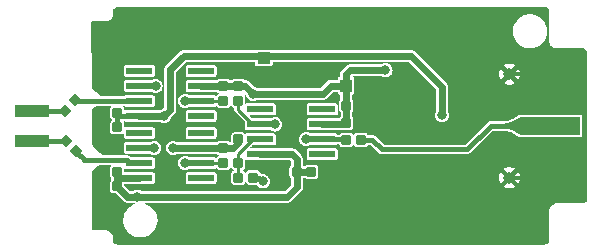
<source format=gbr>
%TF.GenerationSoftware,KiCad,Pcbnew,(6.0.7)*%
%TF.CreationDate,2022-08-24T15:08:17+02:00*%
%TF.ProjectId,diff-probe,64696666-2d70-4726-9f62-652e6b696361,rev?*%
%TF.SameCoordinates,Original*%
%TF.FileFunction,Copper,L1,Top*%
%TF.FilePolarity,Positive*%
%FSLAX46Y46*%
G04 Gerber Fmt 4.6, Leading zero omitted, Abs format (unit mm)*
G04 Created by KiCad (PCBNEW (6.0.7)) date 2022-08-24 15:08:17*
%MOMM*%
%LPD*%
G01*
G04 APERTURE LIST*
G04 Aperture macros list*
%AMRoundRect*
0 Rectangle with rounded corners*
0 $1 Rounding radius*
0 $2 $3 $4 $5 $6 $7 $8 $9 X,Y pos of 4 corners*
0 Add a 4 corners polygon primitive as box body*
4,1,4,$2,$3,$4,$5,$6,$7,$8,$9,$2,$3,0*
0 Add four circle primitives for the rounded corners*
1,1,$1+$1,$2,$3*
1,1,$1+$1,$4,$5*
1,1,$1+$1,$6,$7*
1,1,$1+$1,$8,$9*
0 Add four rect primitives between the rounded corners*
20,1,$1+$1,$2,$3,$4,$5,0*
20,1,$1+$1,$4,$5,$6,$7,0*
20,1,$1+$1,$6,$7,$8,$9,0*
20,1,$1+$1,$8,$9,$2,$3,0*%
G04 Aperture macros list end*
%TA.AperFunction,NonConductor*%
%ADD10C,0.200000*%
%TD*%
%TA.AperFunction,SMDPad,CuDef*%
%ADD11RoundRect,0.100000X0.000000X-0.424264X0.424264X0.000000X0.000000X0.424264X-0.424264X0.000000X0*%
%TD*%
%TA.AperFunction,SMDPad,CuDef*%
%ADD12RoundRect,0.100000X0.000000X0.424264X-0.424264X0.000000X0.000000X-0.424264X0.424264X0.000000X0*%
%TD*%
%TA.AperFunction,SMDPad,CuDef*%
%ADD13R,3.000000X1.000000*%
%TD*%
%TA.AperFunction,SMDPad,CuDef*%
%ADD14RoundRect,0.100000X-0.300000X-0.300000X0.300000X-0.300000X0.300000X0.300000X-0.300000X0.300000X0*%
%TD*%
%TA.AperFunction,SMDPad,CuDef*%
%ADD15RoundRect,0.100000X0.300000X0.300000X-0.300000X0.300000X-0.300000X-0.300000X0.300000X-0.300000X0*%
%TD*%
%TA.AperFunction,SMDPad,CuDef*%
%ADD16RoundRect,0.100000X-0.424264X0.000000X0.000000X-0.424264X0.424264X0.000000X0.000000X0.424264X0*%
%TD*%
%TA.AperFunction,SMDPad,CuDef*%
%ADD17RoundRect,0.100000X0.424264X0.000000X0.000000X0.424264X-0.424264X0.000000X0.000000X-0.424264X0*%
%TD*%
%TA.AperFunction,SMDPad,CuDef*%
%ADD18R,2.209800X0.609600*%
%TD*%
%TA.AperFunction,SMDPad,CuDef*%
%ADD19RoundRect,0.100000X0.300000X-0.300000X0.300000X0.300000X-0.300000X0.300000X-0.300000X-0.300000X0*%
%TD*%
%TA.AperFunction,SMDPad,CuDef*%
%ADD20RoundRect,0.100000X-0.300000X0.300000X-0.300000X-0.300000X0.300000X-0.300000X0.300000X0.300000X0*%
%TD*%
%TA.AperFunction,SMDPad,CuDef*%
%ADD21R,5.080000X1.500000*%
%TD*%
%TA.AperFunction,SMDPad,CuDef*%
%ADD22R,5.080000X2.420000*%
%TD*%
%TA.AperFunction,SMDPad,CuDef*%
%ADD23R,0.950000X0.460000*%
%TD*%
%TA.AperFunction,ComponentPad*%
%ADD24C,0.970000*%
%TD*%
%TA.AperFunction,SMDPad,CuDef*%
%ADD25R,1.100000X1.000000*%
%TD*%
%TA.AperFunction,SMDPad,CuDef*%
%ADD26R,1.000000X1.100000*%
%TD*%
%TA.AperFunction,ViaPad*%
%ADD27C,0.800000*%
%TD*%
%TA.AperFunction,Conductor*%
%ADD28C,0.250000*%
%TD*%
%TA.AperFunction,Conductor*%
%ADD29C,0.254000*%
%TD*%
%TA.AperFunction,Conductor*%
%ADD30C,0.400000*%
%TD*%
%TA.AperFunction,Conductor*%
%ADD31C,0.600000*%
%TD*%
G04 APERTURE END LIST*
D10*
X168027148Y-98674985D02*
G75*
G03*
X166627136Y-98103349I-1616548J-1958915D01*
G01*
X168100000Y-98425000D02*
X167950000Y-98475000D01*
X167750000Y-97625000D02*
X168025000Y-97525000D01*
X168050000Y-98175000D02*
X167625000Y-98300000D01*
X166650000Y-97900000D02*
G75*
G03*
X168025000Y-97350000I-345900J2858500D01*
G01*
X167400000Y-98175000D02*
X168050000Y-98175000D01*
X167625000Y-98300000D02*
X168100000Y-98425000D01*
X168300000Y-97750000D02*
X167750000Y-97625000D01*
X167450000Y-97750000D02*
X168300000Y-97750000D01*
D11*
%TO.P,R28,P$1,1*%
%TO.N,/NegPad*%
X129436008Y-96740242D03*
D12*
%TO.P,R28,P$2,2*%
%TO.N,/NEGIN*%
X130319892Y-95856358D03*
%TD*%
D13*
%TO.P,J3,P$1,1*%
%TO.N,/PosPad*%
X126679050Y-99300000D03*
%TO.P,J3,P$2,2*%
%TO.N,/NegPad*%
X126679050Y-96760000D03*
%TD*%
D14*
%TO.P,C19,P$1,1*%
%TO.N,GND*%
X132631100Y-96878600D03*
D15*
%TO.P,C19,P$2,2*%
%TO.N,V-*%
X133881100Y-96878600D03*
%TD*%
D14*
%TO.P,C20,P$1,1*%
%TO.N,GND*%
X132631100Y-98128600D03*
D15*
%TO.P,C20,P$2,2*%
%TO.N,V-*%
X133881100Y-98128600D03*
%TD*%
%TO.P,C24,P$1,1*%
%TO.N,GND*%
X151575000Y-101878600D03*
D14*
%TO.P,C24,P$2,2*%
%TO.N,V-*%
X150325000Y-101878600D03*
%TD*%
D16*
%TO.P,R20,P$1,1*%
%TO.N,/PosPad*%
X129536008Y-99284458D03*
D17*
%TO.P,R20,P$2,2*%
%TO.N,/POSIN*%
X130419892Y-100168342D03*
%TD*%
D18*
%TO.P,IC3,1,C*%
%TO.N,unconnected-(IC3-Pad1)*%
X135764900Y-98598600D03*
%TO.P,IC3,2,-IN*%
%TO.N,Net-(IC3-Pad2)*%
X135764900Y-99868600D03*
%TO.P,IC3,3,+IN*%
%TO.N,/POSIN*%
X135764900Y-101138600D03*
%TO.P,IC3,4,-VS1*%
%TO.N,V-*%
X135764900Y-102408600D03*
%TO.P,IC3,5,-VS2*%
%TO.N,unconnected-(IC3-Pad5)*%
X140997300Y-102408600D03*
%TO.P,IC3,6,OUT*%
%TO.N,/PosIn1*%
X140997300Y-101138600D03*
%TO.P,IC3,7,+VS1*%
%TO.N,V+*%
X140997300Y-99868600D03*
%TO.P,IC3,8,A*%
%TO.N,unconnected-(IC3-Pad8)*%
X140997300Y-98598600D03*
%TD*%
D14*
%TO.P,R26,P$1,1*%
%TO.N,/POSMID*%
X144131100Y-102378600D03*
D15*
%TO.P,R26,P$2,2*%
%TO.N,/offset*%
X145381100Y-102378600D03*
%TD*%
D14*
%TO.P,R30,P$1,1*%
%TO.N,/OUT*%
X153275000Y-99200000D03*
D15*
%TO.P,R30,P$2,2*%
%TO.N,/OutPad*%
X154525000Y-99200000D03*
%TD*%
D14*
%TO.P,C22,P$1,1*%
%TO.N,GND*%
X132631100Y-103128600D03*
D15*
%TO.P,C22,P$2,2*%
%TO.N,V-*%
X133881100Y-103128600D03*
%TD*%
D14*
%TO.P,C18,P$1,1*%
%TO.N,V+*%
X153275000Y-97753600D03*
D15*
%TO.P,C18,P$2,2*%
%TO.N,GND*%
X154525000Y-97753600D03*
%TD*%
D14*
%TO.P,C17,P$1,1*%
%TO.N,V+*%
X153275000Y-96300000D03*
D15*
%TO.P,C17,P$2,2*%
%TO.N,GND*%
X154525000Y-96300000D03*
%TD*%
D19*
%TO.P,C16,P$1,1*%
%TO.N,V+*%
X142881100Y-99878600D03*
D20*
%TO.P,C16,P$2,2*%
%TO.N,GND*%
X142881100Y-98628600D03*
%TD*%
D14*
%TO.P,R22,P$1,1*%
%TO.N,/PosIn1*%
X142881100Y-101128600D03*
D15*
%TO.P,R22,P$2,2*%
%TO.N,/POSMID*%
X144131100Y-101128600D03*
%TD*%
D14*
%TO.P,C21,P$1,1*%
%TO.N,GND*%
X132631100Y-101878600D03*
D15*
%TO.P,C21,P$2,2*%
%TO.N,V-*%
X133881100Y-101878600D03*
%TD*%
D19*
%TO.P,C13,P$1,1*%
%TO.N,V+*%
X142881100Y-94628600D03*
D20*
%TO.P,C13,P$2,2*%
%TO.N,GND*%
X142881100Y-93378600D03*
%TD*%
D18*
%TO.P,IC5,1,C*%
%TO.N,unconnected-(IC5-Pad1)*%
X135764900Y-93348600D03*
%TO.P,IC5,2,-IN*%
%TO.N,Net-(IC5-Pad2)*%
X135764900Y-94618600D03*
%TO.P,IC5,3,+IN*%
%TO.N,/NEGIN*%
X135764900Y-95888600D03*
%TO.P,IC5,4,-VS1*%
%TO.N,V-*%
X135764900Y-97158600D03*
%TO.P,IC5,5,-VS2*%
%TO.N,unconnected-(IC5-Pad5)*%
X140997300Y-97158600D03*
%TO.P,IC5,6,OUT*%
%TO.N,/NegIn1*%
X140997300Y-95888600D03*
%TO.P,IC5,7,+VS1*%
%TO.N,V+*%
X140997300Y-94618600D03*
%TO.P,IC5,8,A*%
%TO.N,unconnected-(IC5-Pad8)*%
X140997300Y-93348600D03*
%TD*%
D19*
%TO.P,C14,P$1,1*%
%TO.N,V+*%
X144131100Y-94628600D03*
D20*
%TO.P,C14,P$2,2*%
%TO.N,GND*%
X144131100Y-93378600D03*
%TD*%
D21*
%TO.P,X2,1,1*%
%TO.N,/OutPad*%
X170530000Y-98000000D03*
D22*
%TO.P,X2,2,2*%
%TO.N,GND*%
X170530000Y-102380000D03*
X170530000Y-93620000D03*
D23*
X167540000Y-93620000D03*
D24*
X167090000Y-102380000D03*
X167090000Y-93620000D03*
D23*
X167540000Y-102380000D03*
%TD*%
D25*
%TO.P,C54,1,1*%
%TO.N,GND*%
X146300000Y-93950000D03*
%TO.P,C54,2,2*%
%TO.N,V-*%
X146300000Y-92250000D03*
%TD*%
D26*
%TO.P,C52,1,1*%
%TO.N,V+*%
X153250000Y-94600000D03*
%TO.P,C52,2,2*%
%TO.N,GND*%
X154950000Y-94600000D03*
%TD*%
D18*
%TO.P,IC4,1,C*%
%TO.N,unconnected-(IC4-Pad1)*%
X146014900Y-96598600D03*
%TO.P,IC4,2,-IN*%
%TO.N,/NEGMID*%
X146014900Y-97868600D03*
%TO.P,IC4,3,+IN*%
%TO.N,/POSMID*%
X146014900Y-99138600D03*
%TO.P,IC4,4,-VS1*%
%TO.N,V-*%
X146014900Y-100408600D03*
%TO.P,IC4,5,-VS2*%
%TO.N,unconnected-(IC4-Pad5)*%
X151247300Y-100408600D03*
%TO.P,IC4,6,OUT*%
%TO.N,/OUT*%
X151247300Y-99138600D03*
%TO.P,IC4,7,+VS1*%
%TO.N,V+*%
X151247300Y-97868600D03*
%TO.P,IC4,8,A*%
%TO.N,unconnected-(IC4-Pad8)*%
X151247300Y-96598600D03*
%TD*%
D19*
%TO.P,C15,P$1,1*%
%TO.N,V+*%
X144131100Y-99128600D03*
D20*
%TO.P,C15,P$2,2*%
%TO.N,GND*%
X144131100Y-97878600D03*
%TD*%
D14*
%TO.P,C23,P$1,1*%
%TO.N,GND*%
X147825000Y-101878600D03*
D15*
%TO.P,C23,P$2,2*%
%TO.N,V-*%
X149075000Y-101878600D03*
%TD*%
D14*
%TO.P,R32,P$1,1*%
%TO.N,/NegIn1*%
X142881100Y-95878600D03*
D15*
%TO.P,R32,P$2,2*%
%TO.N,/NEGMID*%
X144131100Y-95878600D03*
%TD*%
D27*
%TO.N,Net-(IC3-Pad2)*%
X137006000Y-99878600D03*
%TO.N,GND*%
X140900000Y-106000000D03*
X150800000Y-89800000D03*
X133700000Y-95000000D03*
X143506000Y-93378600D03*
X164000000Y-95100000D03*
X147100000Y-94000000D03*
X132600000Y-99600000D03*
X151300000Y-93400000D03*
X133175000Y-93225000D03*
X166400000Y-96900000D03*
X147200000Y-101879000D03*
X135700000Y-91800000D03*
X132631000Y-102504000D03*
X143600000Y-97400000D03*
X132631000Y-97503600D03*
X152200000Y-101879000D03*
X138500000Y-102400000D03*
X156200000Y-106000000D03*
X146100000Y-89800000D03*
X132300000Y-91800000D03*
X133700000Y-99600000D03*
X153300000Y-100200000D03*
X164900000Y-100200000D03*
X153500000Y-104200000D03*
X132525000Y-94550000D03*
X137700000Y-91800000D03*
X155600000Y-94600000D03*
X161600000Y-89800000D03*
X164300000Y-97700000D03*
X150800000Y-106000000D03*
X133700000Y-91800000D03*
X135800000Y-89800000D03*
X166700000Y-106000000D03*
X140900000Y-89800000D03*
X161700000Y-106000000D03*
X142881000Y-98003600D03*
X148600000Y-96800000D03*
X149000000Y-93600000D03*
X166100000Y-89800000D03*
X143000000Y-102400000D03*
X166400000Y-99300000D03*
X156200000Y-89800000D03*
X155200000Y-96300000D03*
X155146000Y-97753600D03*
X162700000Y-98700000D03*
X160800000Y-101200000D03*
X132600000Y-105000000D03*
X162800000Y-101200000D03*
X146100000Y-106000000D03*
X133900000Y-105000000D03*
X158700000Y-103600000D03*
%TO.N,V+*%
X138631000Y-99868600D03*
X145400000Y-95300000D03*
X156600000Y-93300000D03*
%TO.N,V-*%
X135600000Y-104000000D03*
X137851000Y-97158600D03*
X161400000Y-97100000D03*
%TO.N,/NEGMID*%
X147256000Y-97878600D03*
%TO.N,/OUT*%
X149881000Y-99128600D03*
%TO.N,Net-(IC5-Pad2)*%
X137131000Y-94628600D03*
%TO.N,/PosIn1*%
X139631000Y-101129000D03*
%TO.N,/NegIn1*%
X139631000Y-95878600D03*
%TO.N,/offset*%
X146200000Y-102700000D03*
%TD*%
D28*
%TO.N,Net-(IC3-Pad2)*%
X135767500Y-99871100D02*
X135765000Y-99868600D01*
D29*
X135770000Y-99873600D02*
X135767500Y-99871100D01*
D28*
X135767400Y-99871100D02*
X135764900Y-99868600D01*
X135770000Y-99873600D02*
X135767500Y-99871100D01*
D29*
X135767500Y-99871100D02*
X135765000Y-99868600D01*
X137006000Y-99878600D02*
X135775000Y-99878600D01*
D28*
X135767500Y-99871100D02*
X135767400Y-99871100D01*
D29*
X135775000Y-99878600D02*
X135770000Y-99873600D01*
D28*
%TO.N,/POSIN*%
X130419950Y-100184400D02*
X130419950Y-100180400D01*
X130419850Y-100180300D02*
X130419850Y-100168300D01*
X135765000Y-101139000D02*
X135764500Y-101139000D01*
X130419950Y-100180400D02*
X130419950Y-100176400D01*
D30*
X134700000Y-100900000D02*
X131100000Y-100900000D01*
X131121950Y-100886400D02*
X130419950Y-100184400D01*
D28*
X130419950Y-100180400D02*
X130419850Y-100180300D01*
X135764500Y-101139000D02*
X135764900Y-101138600D01*
%TO.N,GND*%
X132631100Y-102034900D02*
X132631100Y-101878600D01*
X154975000Y-94600000D02*
X154950000Y-94600000D01*
D29*
X132631000Y-97816100D02*
X132631000Y-97503600D01*
D28*
X167540000Y-93620000D02*
X170530000Y-93620000D01*
D30*
X132631000Y-102191000D02*
X132631000Y-102192000D01*
D28*
X132631000Y-97191000D02*
X132631000Y-97034800D01*
X132631000Y-102035000D02*
X132631000Y-101879000D01*
X144130900Y-97878500D02*
X144131000Y-97878500D01*
X144130300Y-97877900D02*
X144130700Y-97878200D01*
X144125200Y-97872700D02*
X144128100Y-97875700D01*
D30*
X132631000Y-102035000D02*
X132631000Y-102191000D01*
D29*
X143506000Y-93378600D02*
X144131000Y-93378600D01*
D30*
X132631000Y-101879000D02*
X132631000Y-102035000D01*
D28*
X167090000Y-102380000D02*
X167540000Y-102380000D01*
D29*
X144130900Y-97878500D02*
X144130800Y-97878400D01*
X144107600Y-97855100D02*
X144084200Y-97831700D01*
D28*
X144128100Y-97875700D02*
X144129600Y-97877100D01*
D29*
X144084200Y-97831700D02*
X144037500Y-97784800D01*
D31*
X147050000Y-93950000D02*
X147100000Y-94000000D01*
D28*
X144119300Y-97866900D02*
X144125200Y-97872700D01*
X151575400Y-101879000D02*
X151575000Y-101878600D01*
D29*
X144128100Y-97875700D02*
X144125200Y-97872700D01*
X147825000Y-101879000D02*
X147824600Y-101879000D01*
D28*
X167540000Y-102380000D02*
X170530000Y-102380000D01*
X132631000Y-97191100D02*
X132631000Y-97191000D01*
X132631000Y-97972400D02*
X132631000Y-98128600D01*
X144130800Y-97878400D02*
X144130900Y-97878500D01*
X144131000Y-93378600D02*
X144131100Y-93378600D01*
D29*
X151575400Y-101879000D02*
X151575000Y-101879000D01*
D28*
X132631000Y-97816200D02*
X132631000Y-97972400D01*
D29*
X143756000Y-97503600D02*
X143756000Y-97378600D01*
D28*
X142881000Y-98472400D02*
X142881100Y-98472500D01*
D31*
X143600000Y-97400000D02*
X143652000Y-97400000D01*
D28*
X132631000Y-102973000D02*
X132631000Y-103129000D01*
D31*
X154975000Y-94600000D02*
X155600000Y-94600000D01*
D28*
X142881100Y-98472500D02*
X142881100Y-98628600D01*
D29*
X144130700Y-97878200D02*
X144130300Y-97877900D01*
X142881000Y-98472400D02*
X142881000Y-98628600D01*
D28*
X143944000Y-97691100D02*
X144037500Y-97784800D01*
D29*
X144131000Y-97878600D02*
X144131000Y-97878500D01*
D31*
X146300000Y-93950000D02*
X147050000Y-93950000D01*
D29*
X132631000Y-102504000D02*
X132631000Y-102816000D01*
D28*
X132631000Y-97034800D02*
X132631000Y-96878600D01*
D29*
X144119300Y-97866900D02*
X144107600Y-97855100D01*
D28*
X132631000Y-97816100D02*
X132631000Y-97816200D01*
X144131000Y-97878500D02*
X144131000Y-97878600D01*
D30*
X154525000Y-97753600D02*
X155146000Y-97753600D01*
D31*
X147100000Y-94000000D02*
X146150000Y-94000000D01*
D29*
X144130800Y-97878400D02*
X144130700Y-97878200D01*
X132631000Y-98128600D02*
X132631000Y-97972400D01*
D28*
X142881000Y-98316100D02*
X142881000Y-98316200D01*
D29*
X142881000Y-98316100D02*
X142881000Y-98316200D01*
X147824600Y-101879000D02*
X147200000Y-101879000D01*
D28*
X132631000Y-102035000D02*
X132631100Y-102034900D01*
X144037500Y-97784800D02*
X144084200Y-97831700D01*
D29*
X132631000Y-97034800D02*
X132631000Y-96878600D01*
X144130300Y-97877900D02*
X144129600Y-97877100D01*
X132631000Y-102973000D02*
X132631000Y-103129000D01*
X132631000Y-97191100D02*
X132631000Y-97191000D01*
D28*
X132631100Y-97972500D02*
X132631100Y-98128600D01*
X144131000Y-97878600D02*
X144131100Y-97878600D01*
D29*
X144129600Y-97877100D02*
X144128100Y-97875700D01*
D28*
X132631000Y-97034800D02*
X132631100Y-97034700D01*
D29*
X142881000Y-98003600D02*
X142881000Y-98316100D01*
D28*
X144107600Y-97855100D02*
X144119300Y-97866900D01*
X132631100Y-97034700D02*
X132631100Y-96878600D01*
X132631000Y-102817000D02*
X132631000Y-102973000D01*
X132631000Y-102973000D02*
X132631100Y-102973100D01*
X132631100Y-102973100D02*
X132631100Y-103128600D01*
D31*
X143506000Y-93378600D02*
X142881100Y-93378600D01*
D28*
X144130700Y-97878200D02*
X144130800Y-97878400D01*
X142881000Y-98316200D02*
X142881000Y-98472400D01*
X147824600Y-101879000D02*
X147825000Y-101878600D01*
D29*
X132631000Y-97816200D02*
X132631000Y-97816100D01*
X132631000Y-102817000D02*
X132631000Y-102973000D01*
X132631000Y-102816000D02*
X132631000Y-102817000D01*
X144131000Y-97878500D02*
X144130900Y-97878500D01*
D28*
X132631000Y-97972400D02*
X132631100Y-97972500D01*
X144129600Y-97877100D02*
X144130300Y-97877900D01*
X142881000Y-98472400D02*
X142881000Y-98628600D01*
D29*
X144037500Y-97784800D02*
X143944000Y-97691100D01*
X143944000Y-97691100D02*
X143756000Y-97503600D01*
D28*
X132631000Y-102192000D02*
X132631000Y-102191000D01*
X132631000Y-102816000D02*
X132631000Y-102817000D01*
X167090000Y-93620000D02*
X167540000Y-93620000D01*
D29*
X132631000Y-97972400D02*
X132631000Y-97816200D01*
X144125200Y-97872700D02*
X144119300Y-97866900D01*
D30*
X154525000Y-96300000D02*
X155200000Y-96300000D01*
D28*
X144084200Y-97831700D02*
X144107600Y-97855100D01*
D29*
X132631000Y-97191000D02*
X132631000Y-97034800D01*
D30*
X132631000Y-102192000D02*
X132631000Y-102504000D01*
D28*
X132631000Y-102191000D02*
X132631000Y-102035000D01*
D29*
X142881000Y-98316200D02*
X142881000Y-98472400D01*
X132631000Y-97503600D02*
X132631000Y-97191100D01*
D31*
X143652000Y-97400000D02*
X144131000Y-97878600D01*
D29*
X152200000Y-101879000D02*
X151575400Y-101879000D01*
D31*
%TO.N,V+*%
X153275000Y-96300000D02*
X153275000Y-94625000D01*
D28*
X144131100Y-99213500D02*
X144131100Y-99128600D01*
D31*
X151300000Y-95300000D02*
X152000000Y-94600000D01*
X153074000Y-97811100D02*
X153131000Y-97753600D01*
X153275000Y-94625000D02*
X153250000Y-94600000D01*
X140997000Y-94602700D02*
X142855000Y-94602700D01*
X144729000Y-94628600D02*
X145400000Y-95300000D01*
X142881000Y-94628600D02*
X142881100Y-94628600D01*
X140997000Y-94614700D02*
X140997000Y-94610900D01*
X140997000Y-94618600D02*
X140997000Y-94614700D01*
X142855000Y-94602700D02*
X142881000Y-94628600D01*
X153300000Y-97753600D02*
X153300000Y-96325000D01*
X153250000Y-93650000D02*
X153600000Y-93300000D01*
X143721000Y-99878600D02*
X144131000Y-99468900D01*
X140997000Y-94610600D02*
X140997000Y-94602700D01*
X144131000Y-99298600D02*
X144131000Y-99213600D01*
D28*
X140997300Y-94615000D02*
X140997300Y-94618600D01*
X144131000Y-99213600D02*
X144131100Y-99213500D01*
X153074000Y-97811100D02*
X153218000Y-97811100D01*
D31*
X153300000Y-96325000D02*
X153275000Y-96300000D01*
D28*
X140997000Y-94610600D02*
X140997000Y-94610900D01*
D31*
X153250000Y-94600000D02*
X153250000Y-93650000D01*
X140997300Y-99868600D02*
X138631000Y-99868600D01*
X144131100Y-94628600D02*
X144729000Y-94628600D01*
X144131000Y-99468900D02*
X144131000Y-99298700D01*
X144131000Y-99213600D02*
X144131000Y-99128600D01*
X144131000Y-99298700D02*
X144131000Y-99298600D01*
D28*
X140997000Y-94614700D02*
X140997000Y-94618600D01*
D31*
X145400000Y-95300000D02*
X151300000Y-95300000D01*
D28*
X144131000Y-99298600D02*
X144131000Y-99213600D01*
D31*
X153600000Y-93300000D02*
X156600000Y-93300000D01*
X142881100Y-94628600D02*
X144131100Y-94628600D01*
X153016000Y-97868600D02*
X153074000Y-97811100D01*
X140997000Y-94610900D02*
X140997000Y-94610600D01*
X142881100Y-99878600D02*
X142881000Y-99878600D01*
D28*
X153218000Y-97811100D02*
X153275000Y-97753600D01*
X144131000Y-99213600D02*
X144131000Y-99128600D01*
X153275000Y-97753600D02*
X153300000Y-97753600D01*
D31*
X151247300Y-97868600D02*
X153016000Y-97868600D01*
X142871000Y-99868600D02*
X140997300Y-99868600D01*
D28*
X144131000Y-99298700D02*
X144131000Y-99298600D01*
D31*
X152000000Y-94600000D02*
X153250000Y-94600000D01*
X142881000Y-99878600D02*
X142871000Y-99868600D01*
X142881100Y-99878600D02*
X143721000Y-99878600D01*
D28*
X140997000Y-94614700D02*
X140997300Y-94615000D01*
X140997000Y-94610900D02*
X140997000Y-94614700D01*
D31*
%TO.N,V-*%
X149075000Y-101879000D02*
X149075000Y-101878600D01*
X135764500Y-102409000D02*
X135764000Y-102409000D01*
D28*
X133881100Y-103039100D02*
X133881100Y-103128600D01*
D31*
X158800000Y-92100000D02*
X161400000Y-94700000D01*
D30*
X133881000Y-102409000D02*
X133881000Y-101879000D01*
D28*
X133881000Y-97886100D02*
X133881100Y-97886200D01*
X134161000Y-97158600D02*
X133881100Y-96878700D01*
D31*
X135764000Y-102409000D02*
X134209000Y-102409000D01*
D28*
X146014900Y-100408600D02*
X146015000Y-100408700D01*
X133881100Y-97886200D02*
X133881100Y-98128600D01*
D30*
X149075000Y-101878600D02*
X149075000Y-101879000D01*
D28*
X146015000Y-100408700D02*
X146015000Y-100409000D01*
D31*
X135600000Y-104000000D02*
X134752500Y-104000000D01*
X149075000Y-101879000D02*
X150325000Y-101879000D01*
X137851000Y-97158600D02*
X138381000Y-96628600D01*
D30*
X134209000Y-102409000D02*
X134045000Y-102409000D01*
X148709000Y-100409000D02*
X149072000Y-100772000D01*
D28*
X133881000Y-101878700D02*
X133881000Y-101879000D01*
X135764500Y-102409000D02*
X135764900Y-102408600D01*
D31*
X139500000Y-92100000D02*
X146300000Y-92100000D01*
D28*
X133881100Y-96878700D02*
X133881000Y-96878600D01*
X134045000Y-102409000D02*
X133881000Y-102573000D01*
D31*
X134752500Y-104000000D02*
X133881100Y-103128600D01*
X149100000Y-103200000D02*
X149100000Y-101903600D01*
D30*
X133881000Y-97886100D02*
X133881000Y-98128600D01*
D28*
X135764500Y-102409000D02*
X135765000Y-102409000D01*
D30*
X134045000Y-102409000D02*
X133881000Y-102409000D01*
X133881000Y-97643700D02*
X133881000Y-97886100D01*
X133881000Y-97643600D02*
X133881000Y-97643700D01*
D31*
X133881100Y-103128600D02*
X133881100Y-101879100D01*
D28*
X150325000Y-101878600D02*
X150325000Y-101879000D01*
D30*
X134161000Y-97158600D02*
X133881000Y-97158600D01*
D28*
X133881000Y-97643700D02*
X133881000Y-97886100D01*
D31*
X146054000Y-100409000D02*
X146015000Y-100409000D01*
D28*
X135764000Y-102409000D02*
X135764500Y-102409000D01*
X133881000Y-103039000D02*
X133881000Y-103129000D01*
D31*
X148300000Y-104000000D02*
X149100000Y-103200000D01*
X135599000Y-104000000D02*
X148300000Y-104000000D01*
D28*
X133881000Y-97643600D02*
X133881000Y-97643700D01*
D31*
X149075000Y-100792000D02*
X148691000Y-100409000D01*
D30*
X135764900Y-97158600D02*
X134161000Y-97158600D01*
D31*
X146300000Y-92100000D02*
X158800000Y-92100000D01*
D28*
X133881100Y-101878600D02*
X133881000Y-101878700D01*
D30*
X148691000Y-100409000D02*
X148709000Y-100409000D01*
D31*
X138381000Y-96628600D02*
X138381000Y-93628600D01*
D29*
X138381000Y-96628600D02*
X138381000Y-93628600D01*
D28*
X133881000Y-102573000D02*
X133881000Y-102949000D01*
D30*
X146054000Y-100409000D02*
X148691000Y-100409000D01*
D31*
X161400000Y-94700000D02*
X161400000Y-97100000D01*
D28*
X133881000Y-102949000D02*
X133881000Y-103039000D01*
D30*
X133881000Y-97158600D02*
X133881000Y-97643600D01*
D31*
X149100000Y-101903600D02*
X149075000Y-101878600D01*
X148709000Y-100409000D02*
X148691000Y-100409000D01*
X133881100Y-101879100D02*
X133881000Y-101879000D01*
D30*
X135765000Y-97158600D02*
X135764900Y-97158600D01*
D31*
X138381000Y-93218900D02*
X139500000Y-92100000D01*
X138381000Y-93628600D02*
X138381000Y-93218900D01*
X135765000Y-102409000D02*
X135764500Y-102409000D01*
D30*
X149075000Y-100792000D02*
X149075000Y-101878600D01*
D31*
X149075000Y-101878600D02*
X149075000Y-100792000D01*
D28*
X133881000Y-97886100D02*
X133881000Y-98128600D01*
D31*
X135765000Y-97158600D02*
X137851000Y-97158600D01*
D28*
X133881100Y-96878700D02*
X133881100Y-96878600D01*
D31*
X148691000Y-100409000D02*
X146054000Y-100409000D01*
D28*
X133881000Y-103039000D02*
X133881100Y-103039100D01*
X146300000Y-92250000D02*
X146300000Y-92100000D01*
%TO.N,/NEGMID*%
X144131000Y-96253600D02*
X144131000Y-96253500D01*
D29*
X146322500Y-97868600D02*
X146630000Y-97868600D01*
X147246000Y-97868600D02*
X147256000Y-97878600D01*
X146630000Y-97868600D02*
X147246000Y-97868600D01*
X144131000Y-96066000D02*
X144131000Y-96253500D01*
X144131000Y-96253500D02*
X144131000Y-96253600D01*
X145900000Y-97753600D02*
X146015000Y-97868600D01*
D28*
X144131000Y-96066000D02*
X144131100Y-96065900D01*
X146322500Y-97868600D02*
X146015000Y-97868600D01*
X144131000Y-96253500D02*
X144131000Y-96066000D01*
D29*
X144131000Y-95878600D02*
X144131000Y-96066000D01*
D28*
X144131100Y-96065900D02*
X144131100Y-95878600D01*
X146630000Y-97868600D02*
X146322500Y-97868600D01*
D29*
X145256000Y-97753600D02*
X145900000Y-97753600D01*
D28*
X146015000Y-97868600D02*
X146014900Y-97868600D01*
D29*
X146015000Y-97868600D02*
X146322500Y-97868600D01*
X144131000Y-96628600D02*
X145256000Y-97753600D01*
D28*
X144131000Y-96066000D02*
X144131000Y-95878600D01*
D29*
X144131000Y-96253600D02*
X144131000Y-96628600D01*
D28*
%TO.N,/POSMID*%
X144131000Y-102129000D02*
X144131000Y-102379000D01*
X144131000Y-101129000D02*
X144131100Y-101128900D01*
D29*
X144131000Y-102129000D02*
X144131000Y-101879000D01*
X146005000Y-99128600D02*
X146015000Y-99138500D01*
D28*
X144131000Y-101879000D02*
X144131000Y-102129000D01*
X146015000Y-99138500D02*
X146015000Y-99138600D01*
X144131100Y-101128900D02*
X144131100Y-101128600D01*
D29*
X144131000Y-101879000D02*
X144131000Y-101129000D01*
X144131000Y-102379000D02*
X144131000Y-102129000D01*
D28*
X144131000Y-102129000D02*
X144131100Y-102129100D01*
X146015000Y-99138500D02*
X146014900Y-99138600D01*
D29*
X146015000Y-99138500D02*
X146015000Y-99138600D01*
X144131000Y-101129000D02*
X144131000Y-100379000D01*
D28*
X144131100Y-102129100D02*
X144131100Y-102378600D01*
D29*
X144131000Y-100379000D02*
X145381000Y-99128600D01*
X145381000Y-99128600D02*
X146005000Y-99128600D01*
D30*
%TO.N,/OUT*%
X152781000Y-99138600D02*
X153121000Y-99138600D01*
X151247300Y-99138600D02*
X149891000Y-99138600D01*
X153214000Y-99138600D02*
X153275000Y-99200000D01*
X153121000Y-99138600D02*
X152781000Y-99138600D01*
X153131000Y-99128600D02*
X153121000Y-99138600D01*
X153121000Y-99138600D02*
X153214000Y-99138600D01*
X152781000Y-99138600D02*
X151247300Y-99138600D01*
X149891000Y-99138600D02*
X149881000Y-99128600D01*
D29*
%TO.N,Net-(IC5-Pad2)*%
X137121000Y-94618600D02*
X137131000Y-94628600D01*
X135765000Y-94618600D02*
X137121000Y-94618600D01*
D28*
X135765000Y-94618600D02*
X135764900Y-94618600D01*
%TO.N,/NEGIN*%
X130348950Y-95885700D02*
X130319950Y-95856400D01*
X130627950Y-95856400D02*
X130657950Y-95885700D01*
D30*
X130300000Y-95900000D02*
X136555900Y-95900000D01*
D28*
X130319850Y-95856400D02*
X130319950Y-95856400D01*
X130657950Y-95885700D02*
X130348950Y-95885700D01*
X135764900Y-95888600D02*
X135765000Y-95888600D01*
D30*
%TO.N,/OutPad*%
X165500000Y-98000000D02*
X163500000Y-100000000D01*
X170530000Y-98000000D02*
X165500000Y-98000000D01*
X156300000Y-100000000D02*
X155500000Y-99200000D01*
X155500000Y-99200000D02*
X154525000Y-99200000D01*
X163500000Y-100000000D02*
X156300000Y-100000000D01*
D28*
%TO.N,/PosPad*%
X129536050Y-99284500D02*
X129535950Y-99284500D01*
D30*
X126679050Y-99300000D02*
X129520950Y-99300000D01*
D28*
X129520950Y-99300000D02*
X129535950Y-99284500D01*
%TO.N,/NegPad*%
X129425950Y-96750100D02*
X129435950Y-96740200D01*
X129425950Y-96750100D02*
X129426150Y-96750100D01*
D30*
X126679050Y-96760000D02*
X129415950Y-96760000D01*
D28*
X129426150Y-96750100D02*
X129436050Y-96740200D01*
X129415950Y-96760000D02*
X129425950Y-96750100D01*
%TO.N,/PosIn1*%
X140993000Y-101134000D02*
X140995000Y-101136500D01*
X140995000Y-101136500D02*
X140997000Y-101139000D01*
X140995200Y-101136500D02*
X140997300Y-101138600D01*
X140992000Y-101134000D02*
X140993000Y-101134000D01*
D29*
X140992000Y-101134000D02*
X140997000Y-101139000D01*
X140997000Y-101139000D02*
X142871000Y-101139000D01*
D28*
X140995000Y-101136500D02*
X140995200Y-101136500D01*
D29*
X140987000Y-101129000D02*
X140992000Y-101134000D01*
X139631000Y-101129000D02*
X140987000Y-101129000D01*
D28*
X142881000Y-101128700D02*
X142881000Y-101129000D01*
X142881100Y-101128600D02*
X142881000Y-101128700D01*
D29*
X142871000Y-101139000D02*
X142881000Y-101129000D01*
D28*
%TO.N,/NegIn1*%
X142878500Y-95881100D02*
X142878600Y-95881100D01*
X142878600Y-95881100D02*
X142881100Y-95878600D01*
D29*
X139641000Y-95888600D02*
X139631000Y-95878600D01*
X142824000Y-95883600D02*
X142881000Y-95878600D01*
D28*
X142876000Y-95883600D02*
X142878500Y-95881100D01*
D29*
X142766000Y-95888600D02*
X142824000Y-95883600D01*
D28*
X142824000Y-95883600D02*
X142876000Y-95883600D01*
D29*
X140997300Y-95888600D02*
X142766000Y-95888600D01*
D28*
X142878500Y-95881100D02*
X142881000Y-95878600D01*
D29*
X140997300Y-95888600D02*
X139641000Y-95888600D01*
D30*
%TO.N,/offset*%
X145381000Y-102379000D02*
X145381500Y-102379000D01*
D28*
X145381500Y-102379000D02*
X145381100Y-102378600D01*
X145381500Y-102379000D02*
X145381000Y-102379000D01*
D30*
X145879000Y-102379000D02*
X146200000Y-102700000D01*
X145381500Y-102379000D02*
X145382000Y-102379000D01*
X145382000Y-102379000D02*
X145879000Y-102379000D01*
D28*
X145382000Y-102379000D02*
X145381500Y-102379000D01*
%TD*%
%TA.AperFunction,NonConductor*%
G36*
X170132638Y-87951746D02*
G01*
X170144265Y-87954420D01*
X170144266Y-87954420D01*
X170149641Y-87955656D01*
X170155022Y-87954439D01*
X170160539Y-87954448D01*
X170160539Y-87954454D01*
X170172486Y-87954062D01*
X170234890Y-87963946D01*
X170249466Y-87968682D01*
X170277451Y-87982941D01*
X170319126Y-88004175D01*
X170331529Y-88013186D01*
X170386814Y-88068471D01*
X170395824Y-88080873D01*
X170431299Y-88150496D01*
X170431317Y-88150532D01*
X170436055Y-88165112D01*
X170445877Y-88227127D01*
X170445476Y-88238747D01*
X170445590Y-88238747D01*
X170445581Y-88244263D01*
X170444344Y-88249641D01*
X170448292Y-88267087D01*
X170449500Y-88277902D01*
X170449500Y-90721657D01*
X170448254Y-90732637D01*
X170444344Y-90749641D01*
X170446583Y-90759537D01*
X170446737Y-90760217D01*
X170447709Y-90766228D01*
X170457353Y-90864140D01*
X170459636Y-90887322D01*
X170499691Y-91019367D01*
X170500823Y-91021486D01*
X170500824Y-91021487D01*
X170548279Y-91110267D01*
X170564738Y-91141060D01*
X170652275Y-91247725D01*
X170758940Y-91335262D01*
X170761059Y-91336395D01*
X170761061Y-91336396D01*
X170878513Y-91399176D01*
X170880633Y-91400309D01*
X171012678Y-91440364D01*
X171015066Y-91440599D01*
X171015070Y-91440600D01*
X171076170Y-91446617D01*
X171132346Y-91452150D01*
X171138595Y-91453177D01*
X171149282Y-91455655D01*
X171150000Y-91455656D01*
X171167224Y-91451727D01*
X171178122Y-91450500D01*
X173321657Y-91450500D01*
X173332638Y-91451746D01*
X173344265Y-91454420D01*
X173344266Y-91454420D01*
X173349641Y-91455656D01*
X173355022Y-91454439D01*
X173360539Y-91454448D01*
X173360539Y-91454454D01*
X173372486Y-91454062D01*
X173434890Y-91463946D01*
X173449466Y-91468682D01*
X173519126Y-91504175D01*
X173531529Y-91513186D01*
X173586814Y-91568471D01*
X173595824Y-91580873D01*
X173624266Y-91636693D01*
X173631317Y-91650532D01*
X173636054Y-91665110D01*
X173638364Y-91679690D01*
X173645877Y-91727127D01*
X173645476Y-91738747D01*
X173645590Y-91738747D01*
X173645581Y-91744263D01*
X173644344Y-91749641D01*
X173648292Y-91767087D01*
X173649500Y-91777902D01*
X173649500Y-104221634D01*
X173648253Y-104232617D01*
X173644344Y-104249600D01*
X173645561Y-104254983D01*
X173645550Y-104260501D01*
X173645545Y-104260501D01*
X173645934Y-104272451D01*
X173636040Y-104334853D01*
X173631302Y-104349429D01*
X173595797Y-104419097D01*
X173586788Y-104431496D01*
X173531496Y-104486788D01*
X173519097Y-104495797D01*
X173449429Y-104531302D01*
X173434853Y-104536040D01*
X173372835Y-104545873D01*
X173361216Y-104545474D01*
X173361216Y-104545588D01*
X173355696Y-104545580D01*
X173350318Y-104544344D01*
X173344936Y-104545563D01*
X173344935Y-104545563D01*
X173339629Y-104546765D01*
X173333153Y-104548232D01*
X173332901Y-104548289D01*
X173322077Y-104549500D01*
X171178587Y-104549500D01*
X171167513Y-104548232D01*
X171153467Y-104544973D01*
X171153465Y-104544973D01*
X171150759Y-104544345D01*
X171150041Y-104544344D01*
X171139415Y-104546766D01*
X171133328Y-104547755D01*
X171100439Y-104550988D01*
X171015097Y-104559378D01*
X171015093Y-104559379D01*
X171012701Y-104559614D01*
X171010403Y-104560311D01*
X171010397Y-104560312D01*
X170882941Y-104598958D01*
X170882937Y-104598960D01*
X170880637Y-104599657D01*
X170758925Y-104664701D01*
X170652246Y-104752246D01*
X170564701Y-104858925D01*
X170499657Y-104980637D01*
X170498960Y-104982937D01*
X170498958Y-104982941D01*
X170460312Y-105110397D01*
X170460311Y-105110403D01*
X170459614Y-105112701D01*
X170459379Y-105115093D01*
X170459378Y-105115097D01*
X170447848Y-105232379D01*
X170446819Y-105238642D01*
X170444345Y-105249323D01*
X170444344Y-105250041D01*
X170444961Y-105252742D01*
X170448271Y-105267240D01*
X170449500Y-105278147D01*
X170449500Y-107721634D01*
X170448253Y-107732617D01*
X170444344Y-107749600D01*
X170445561Y-107754983D01*
X170445550Y-107760501D01*
X170445545Y-107760501D01*
X170445934Y-107772451D01*
X170436040Y-107834853D01*
X170431302Y-107849429D01*
X170395797Y-107919097D01*
X170386788Y-107931496D01*
X170331496Y-107986788D01*
X170319097Y-107995797D01*
X170249429Y-108031302D01*
X170234853Y-108036040D01*
X170172835Y-108045873D01*
X170161216Y-108045474D01*
X170161216Y-108045588D01*
X170155696Y-108045580D01*
X170150318Y-108044344D01*
X170144936Y-108045563D01*
X170144935Y-108045563D01*
X170143280Y-108045938D01*
X170133056Y-108048254D01*
X170132901Y-108048289D01*
X170122077Y-108049500D01*
X133878343Y-108049500D01*
X133867362Y-108048254D01*
X133855735Y-108045580D01*
X133855734Y-108045580D01*
X133850359Y-108044344D01*
X133844978Y-108045561D01*
X133839461Y-108045552D01*
X133839461Y-108045546D01*
X133827514Y-108045938D01*
X133765110Y-108036054D01*
X133750534Y-108031318D01*
X133680873Y-107995824D01*
X133668471Y-107986814D01*
X133613186Y-107931529D01*
X133604175Y-107919126D01*
X133595344Y-107901794D01*
X133568682Y-107849466D01*
X133563945Y-107834889D01*
X133554153Y-107773065D01*
X133554751Y-107756184D01*
X133554711Y-107756179D01*
X133554770Y-107755670D01*
X133554817Y-107754332D01*
X133555029Y-107753419D01*
X133555029Y-107753418D01*
X133555655Y-107750718D01*
X133555656Y-107750000D01*
X133551727Y-107732776D01*
X133550500Y-107721878D01*
X133550500Y-107578560D01*
X133551766Y-107567495D01*
X133555029Y-107553420D01*
X133555029Y-107553417D01*
X133555655Y-107550718D01*
X133555656Y-107550000D01*
X133555042Y-107547307D01*
X133555041Y-107547301D01*
X133553234Y-107539382D01*
X133552242Y-107533285D01*
X133540600Y-107415070D01*
X133540599Y-107415066D01*
X133540364Y-107412678D01*
X133500309Y-107280633D01*
X133491389Y-107263945D01*
X133436396Y-107161061D01*
X133436395Y-107161059D01*
X133435262Y-107158940D01*
X133347725Y-107052275D01*
X133241060Y-106964738D01*
X133238941Y-106963605D01*
X133238939Y-106963604D01*
X133121487Y-106900824D01*
X133121486Y-106900823D01*
X133119367Y-106899691D01*
X132987322Y-106859636D01*
X132984934Y-106859401D01*
X132984930Y-106859400D01*
X132923830Y-106853383D01*
X132867654Y-106847850D01*
X132861405Y-106846823D01*
X132850718Y-106844345D01*
X132850000Y-106844344D01*
X132847304Y-106844959D01*
X132832776Y-106848273D01*
X132821878Y-106849500D01*
X131785906Y-106849500D01*
X131751258Y-106835148D01*
X131736906Y-106800500D01*
X131736906Y-101873313D01*
X131748208Y-101842010D01*
X131820078Y-101755458D01*
X131823949Y-101751311D01*
X132003750Y-101579744D01*
X132008074Y-101576071D01*
X132199332Y-101431841D01*
X132206514Y-101426425D01*
X132211233Y-101423278D01*
X132409170Y-101307229D01*
X132433953Y-101300500D01*
X133315912Y-101300500D01*
X133350560Y-101314852D01*
X133364912Y-101349500D01*
X133350590Y-101384118D01*
X133328859Y-101405887D01*
X133283594Y-101508273D01*
X133280600Y-101533954D01*
X133280600Y-102223246D01*
X133283718Y-102249446D01*
X133285208Y-102252801D01*
X133285209Y-102252804D01*
X133294743Y-102274267D01*
X133329161Y-102351753D01*
X133332361Y-102354947D01*
X133332362Y-102354949D01*
X133366218Y-102388745D01*
X133380600Y-102423424D01*
X133380600Y-102583785D01*
X133366278Y-102618403D01*
X133328859Y-102655887D01*
X133327029Y-102660025D01*
X133327029Y-102660026D01*
X133322736Y-102669736D01*
X133283594Y-102758273D01*
X133280600Y-102783954D01*
X133280600Y-103473246D01*
X133280770Y-103474671D01*
X133280770Y-103474678D01*
X133281431Y-103480230D01*
X133283718Y-103499446D01*
X133285208Y-103502801D01*
X133285209Y-103502804D01*
X133327324Y-103597618D01*
X133329161Y-103601753D01*
X133332362Y-103604948D01*
X133332363Y-103604950D01*
X133368663Y-103641187D01*
X133408387Y-103680841D01*
X133510773Y-103726106D01*
X133514429Y-103726532D01*
X133514432Y-103726533D01*
X133523824Y-103727628D01*
X133536454Y-103729100D01*
X133753490Y-103729100D01*
X133788138Y-103743452D01*
X134355050Y-104310364D01*
X134361843Y-104318865D01*
X134367430Y-104327720D01*
X134392011Y-104349429D01*
X134408881Y-104364328D01*
X134411093Y-104366407D01*
X134424007Y-104379321D01*
X134425403Y-104380367D01*
X134434661Y-104387306D01*
X134437709Y-104389788D01*
X134474888Y-104422623D01*
X134478045Y-104424105D01*
X134478046Y-104424106D01*
X134488804Y-104429157D01*
X134497364Y-104434300D01*
X134506885Y-104441436D01*
X134506888Y-104441438D01*
X134509676Y-104443527D01*
X134512941Y-104444751D01*
X134512943Y-104444752D01*
X134556131Y-104460942D01*
X134559756Y-104462469D01*
X134576349Y-104470260D01*
X134604663Y-104483553D01*
X134617666Y-104485577D01*
X134619859Y-104485919D01*
X134629519Y-104488454D01*
X134640648Y-104492626D01*
X134640652Y-104492627D01*
X134643920Y-104493852D01*
X134647400Y-104494111D01*
X134647402Y-104494111D01*
X134693397Y-104497529D01*
X134697302Y-104497977D01*
X134713509Y-104500500D01*
X134731571Y-104500500D01*
X134735202Y-104500635D01*
X134783405Y-104504217D01*
X134783406Y-104504217D01*
X134786892Y-104504476D01*
X134800458Y-104501580D01*
X134810688Y-104500500D01*
X135249201Y-104500500D01*
X135279030Y-104510626D01*
X135294609Y-104522580D01*
X135294613Y-104522582D01*
X135297159Y-104524536D01*
X135300126Y-104525765D01*
X135350290Y-104546544D01*
X135376809Y-104573063D01*
X135376809Y-104610565D01*
X135346762Y-104638389D01*
X135285982Y-104658255D01*
X135074414Y-104768390D01*
X135072806Y-104769598D01*
X135072805Y-104769598D01*
X134987427Y-104833702D01*
X134883675Y-104911602D01*
X134842739Y-104954439D01*
X134720275Y-105082589D01*
X134720272Y-105082593D01*
X134718887Y-105084042D01*
X134717759Y-105085695D01*
X134717757Y-105085698D01*
X134595984Y-105264211D01*
X134584475Y-105281082D01*
X134583630Y-105282903D01*
X134583628Y-105282906D01*
X134484899Y-105495600D01*
X134484897Y-105495605D01*
X134484051Y-105497428D01*
X134420309Y-105727272D01*
X134394963Y-105964440D01*
X134396169Y-105985347D01*
X134408694Y-106202562D01*
X134409137Y-106204526D01*
X134409137Y-106204529D01*
X134432360Y-106307577D01*
X134461131Y-106435245D01*
X134550867Y-106656239D01*
X134551917Y-106657952D01*
X134668288Y-106847851D01*
X134675493Y-106859609D01*
X134729273Y-106921695D01*
X134830348Y-107038380D01*
X134830352Y-107038383D01*
X134831660Y-107039894D01*
X134848810Y-107054132D01*
X134975052Y-107158940D01*
X135015176Y-107192252D01*
X135016906Y-107193263D01*
X135016909Y-107193265D01*
X135114327Y-107250191D01*
X135221112Y-107312591D01*
X135443937Y-107397680D01*
X135445910Y-107398081D01*
X135445912Y-107398082D01*
X135675694Y-107444832D01*
X135675697Y-107444832D01*
X135677666Y-107445233D01*
X135679672Y-107445307D01*
X135679676Y-107445307D01*
X135822181Y-107450532D01*
X135916025Y-107453973D01*
X136152609Y-107423665D01*
X136381068Y-107355125D01*
X136466676Y-107313186D01*
X136593458Y-107251076D01*
X136593460Y-107251075D01*
X136595264Y-107250191D01*
X136616343Y-107235156D01*
X136787809Y-107112850D01*
X136789445Y-107111683D01*
X136790866Y-107110267D01*
X136956973Y-106944740D01*
X136956978Y-106944734D01*
X136958397Y-106943320D01*
X136959569Y-106941688D01*
X136959574Y-106941683D01*
X137096406Y-106751260D01*
X137096408Y-106751257D01*
X137097582Y-106749623D01*
X137203263Y-106535795D01*
X137272600Y-106307577D01*
X137303733Y-106071099D01*
X137305471Y-106000000D01*
X137285927Y-105762284D01*
X137257217Y-105647983D01*
X137228311Y-105532902D01*
X137228310Y-105532900D01*
X137227821Y-105530952D01*
X137132712Y-105312216D01*
X137110672Y-105278147D01*
X137004247Y-105113638D01*
X137004243Y-105113633D01*
X137003155Y-105111951D01*
X136842629Y-104935536D01*
X136841056Y-104934294D01*
X136841052Y-104934290D01*
X136657024Y-104788954D01*
X136655445Y-104787707D01*
X136648135Y-104783672D01*
X136448391Y-104673407D01*
X136448385Y-104673405D01*
X136446631Y-104672436D01*
X136229904Y-104595689D01*
X136202034Y-104570595D01*
X136200072Y-104533143D01*
X136225166Y-104505273D01*
X136246261Y-104500500D01*
X148238420Y-104500500D01*
X148249233Y-104501708D01*
X148259447Y-104504019D01*
X148262929Y-104503803D01*
X148314649Y-104500594D01*
X148317683Y-104500500D01*
X148335940Y-104500500D01*
X148349111Y-104498614D01*
X148353017Y-104498213D01*
X148402538Y-104495141D01*
X148405817Y-104493957D01*
X148405823Y-104493956D01*
X148417006Y-104489919D01*
X148426696Y-104487503D01*
X148438462Y-104485818D01*
X148438463Y-104485818D01*
X148441918Y-104485323D01*
X148453181Y-104480202D01*
X148487083Y-104464788D01*
X148490726Y-104463305D01*
X148534100Y-104447647D01*
X148534102Y-104447646D01*
X148537387Y-104446460D01*
X148549801Y-104437391D01*
X148558423Y-104432353D01*
X148569250Y-104427430D01*
X148569255Y-104427427D01*
X148572428Y-104425984D01*
X148575068Y-104423709D01*
X148575070Y-104423708D01*
X148610018Y-104393594D01*
X148613080Y-104391162D01*
X148626336Y-104381478D01*
X148639101Y-104368713D01*
X148641764Y-104366240D01*
X148678391Y-104334680D01*
X148681037Y-104332400D01*
X148688586Y-104320753D01*
X148695053Y-104312761D01*
X149410361Y-103597452D01*
X149418862Y-103590659D01*
X149424770Y-103586931D01*
X149427720Y-103585070D01*
X149464336Y-103543610D01*
X149466415Y-103541398D01*
X149479320Y-103528493D01*
X149487300Y-103517845D01*
X149489784Y-103514795D01*
X149520311Y-103480230D01*
X149520311Y-103480229D01*
X149522623Y-103477612D01*
X149529159Y-103463690D01*
X149534303Y-103455130D01*
X149541432Y-103445618D01*
X149543526Y-103442824D01*
X149553974Y-103414956D01*
X149560941Y-103396371D01*
X149562468Y-103392748D01*
X149582070Y-103350996D01*
X149582070Y-103350995D01*
X149583553Y-103347837D01*
X149585919Y-103332642D01*
X149588454Y-103322982D01*
X149592626Y-103311852D01*
X149592627Y-103311848D01*
X149593852Y-103308580D01*
X149595693Y-103283816D01*
X149597529Y-103259103D01*
X149597977Y-103255198D01*
X149600209Y-103240859D01*
X149600500Y-103238991D01*
X149600500Y-103220929D01*
X149600635Y-103217298D01*
X149604217Y-103169095D01*
X149604217Y-103169094D01*
X149604476Y-103165608D01*
X149601580Y-103152041D01*
X149600500Y-103141812D01*
X149600500Y-103132613D01*
X166624268Y-103132613D01*
X166626006Y-103136809D01*
X166642982Y-103149143D01*
X166647409Y-103151699D01*
X166812672Y-103225278D01*
X166817523Y-103226854D01*
X166994474Y-103264467D01*
X166999547Y-103265000D01*
X167180453Y-103265000D01*
X167185526Y-103264467D01*
X167362477Y-103226854D01*
X167367328Y-103225278D01*
X167532591Y-103151699D01*
X167537018Y-103149143D01*
X167551885Y-103138342D01*
X167555783Y-103131981D01*
X167554722Y-103127565D01*
X167096893Y-102669736D01*
X167090000Y-102666881D01*
X167083107Y-102669736D01*
X166627123Y-103125720D01*
X166624268Y-103132613D01*
X149600500Y-103132613D01*
X149600500Y-102428500D01*
X149614852Y-102393852D01*
X149649500Y-102379500D01*
X149780584Y-102379500D01*
X149815202Y-102393821D01*
X149848777Y-102427337D01*
X149852287Y-102430841D01*
X149954673Y-102476106D01*
X149958329Y-102476532D01*
X149958332Y-102476533D01*
X149967724Y-102477628D01*
X149980354Y-102479100D01*
X150669646Y-102479100D01*
X150671071Y-102478930D01*
X150671078Y-102478930D01*
X150692200Y-102476416D01*
X150692201Y-102476416D01*
X150695846Y-102475982D01*
X150699201Y-102474492D01*
X150699204Y-102474491D01*
X150794018Y-102432376D01*
X150794019Y-102432375D01*
X150798153Y-102430539D01*
X150801348Y-102427338D01*
X150801350Y-102427337D01*
X150846058Y-102382550D01*
X166200393Y-102382550D01*
X166219303Y-102562464D01*
X166220364Y-102567455D01*
X166276266Y-102739503D01*
X166278344Y-102744171D01*
X166333734Y-102840110D01*
X166339651Y-102844650D01*
X166342940Y-102844217D01*
X166800264Y-102386893D01*
X166803119Y-102380000D01*
X167376881Y-102380000D01*
X167379736Y-102386893D01*
X167834500Y-102841657D01*
X167841393Y-102844512D01*
X167844457Y-102843243D01*
X167901656Y-102744171D01*
X167903734Y-102739503D01*
X167959636Y-102567455D01*
X167960697Y-102562464D01*
X167979607Y-102382550D01*
X167979607Y-102377450D01*
X167960697Y-102197536D01*
X167959636Y-102192545D01*
X167903734Y-102020497D01*
X167901656Y-102015829D01*
X167846266Y-101919890D01*
X167840349Y-101915350D01*
X167837060Y-101915783D01*
X167379736Y-102373107D01*
X167376881Y-102380000D01*
X166803119Y-102380000D01*
X166800264Y-102373107D01*
X166345500Y-101918343D01*
X166338607Y-101915488D01*
X166335543Y-101916757D01*
X166278344Y-102015829D01*
X166276266Y-102020497D01*
X166220364Y-102192545D01*
X166219303Y-102197536D01*
X166200393Y-102377450D01*
X166200393Y-102382550D01*
X150846058Y-102382550D01*
X150849103Y-102379500D01*
X150877241Y-102351313D01*
X150922506Y-102248927D01*
X150925500Y-102223246D01*
X150925500Y-101628019D01*
X166624219Y-101628019D01*
X166625279Y-101632436D01*
X167083107Y-102090264D01*
X167090000Y-102093119D01*
X167096893Y-102090264D01*
X167552877Y-101634280D01*
X167555732Y-101627387D01*
X167553994Y-101623191D01*
X167537018Y-101610857D01*
X167532591Y-101608301D01*
X167367328Y-101534722D01*
X167362477Y-101533146D01*
X167185526Y-101495533D01*
X167180453Y-101495000D01*
X166999547Y-101495000D01*
X166994474Y-101495533D01*
X166817523Y-101533146D01*
X166812672Y-101534722D01*
X166647412Y-101608300D01*
X166642980Y-101610859D01*
X166628116Y-101621659D01*
X166624219Y-101628019D01*
X150925500Y-101628019D01*
X150925500Y-101533954D01*
X150924034Y-101521631D01*
X150922816Y-101511400D01*
X150922816Y-101511399D01*
X150922382Y-101507754D01*
X150920892Y-101504399D01*
X150920891Y-101504396D01*
X150878776Y-101409582D01*
X150878775Y-101409581D01*
X150876939Y-101405447D01*
X150873738Y-101402252D01*
X150873737Y-101402250D01*
X150820894Y-101349500D01*
X150797713Y-101326359D01*
X150695327Y-101281094D01*
X150691671Y-101280668D01*
X150691668Y-101280667D01*
X150682276Y-101279572D01*
X150669646Y-101278100D01*
X149980354Y-101278100D01*
X149978929Y-101278270D01*
X149978922Y-101278270D01*
X149957800Y-101280784D01*
X149957799Y-101280784D01*
X149954154Y-101281218D01*
X149950799Y-101282708D01*
X149950796Y-101282709D01*
X149855982Y-101324824D01*
X149855981Y-101324825D01*
X149851847Y-101326661D01*
X149848652Y-101329862D01*
X149848650Y-101329863D01*
X149814455Y-101364118D01*
X149779777Y-101378500D01*
X149624500Y-101378500D01*
X149589852Y-101364148D01*
X149575500Y-101329500D01*
X149575500Y-100853215D01*
X149576694Y-100842462D01*
X149578306Y-100835296D01*
X149579071Y-100831895D01*
X149575598Y-100777072D01*
X149575500Y-100773974D01*
X149575500Y-100756060D01*
X149573564Y-100742539D01*
X149573167Y-100738692D01*
X149572816Y-100733148D01*
X149941900Y-100733148D01*
X149953533Y-100791631D01*
X149956215Y-100795645D01*
X149968514Y-100814052D01*
X149997848Y-100857952D01*
X150064169Y-100902267D01*
X150122652Y-100913900D01*
X152371948Y-100913900D01*
X152430431Y-100902267D01*
X152496752Y-100857952D01*
X152526086Y-100814052D01*
X152538385Y-100795645D01*
X152541067Y-100791631D01*
X152552700Y-100733148D01*
X152552700Y-100084052D01*
X152541067Y-100025569D01*
X152496752Y-99959248D01*
X152430431Y-99914933D01*
X152371948Y-99903300D01*
X150122652Y-99903300D01*
X150064169Y-99914933D01*
X149997848Y-99959248D01*
X149953533Y-100025569D01*
X149941900Y-100084052D01*
X149941900Y-100733148D01*
X149572816Y-100733148D01*
X149570228Y-100692300D01*
X149570228Y-100692298D01*
X149570007Y-100688816D01*
X149568818Y-100685536D01*
X149568817Y-100685531D01*
X149564890Y-100674699D01*
X149562451Y-100664944D01*
X149560818Y-100653539D01*
X149560323Y-100650082D01*
X149539636Y-100604583D01*
X149538177Y-100601005D01*
X149522340Y-100557313D01*
X149522339Y-100557311D01*
X149521150Y-100554031D01*
X149512277Y-100541919D01*
X149507199Y-100533242D01*
X149506279Y-100531218D01*
X149500984Y-100519572D01*
X149468360Y-100481711D01*
X149465952Y-100478682D01*
X149457168Y-100466690D01*
X149457166Y-100466687D01*
X149456052Y-100465167D01*
X149454720Y-100463839D01*
X149454717Y-100463835D01*
X149443512Y-100452660D01*
X149440994Y-100449951D01*
X149409678Y-100413607D01*
X149407400Y-100410963D01*
X149395446Y-100403214D01*
X149387501Y-100396794D01*
X149237209Y-100246894D01*
X149136859Y-100146805D01*
X149130021Y-100138259D01*
X149105948Y-100100105D01*
X149094070Y-100081280D01*
X148986612Y-99986377D01*
X148983454Y-99984894D01*
X148983452Y-99984893D01*
X148859994Y-99926929D01*
X148859993Y-99926929D01*
X148856837Y-99925447D01*
X148853394Y-99924911D01*
X148853391Y-99924910D01*
X148810409Y-99918218D01*
X148805620Y-99916965D01*
X148805618Y-99916973D01*
X148802207Y-99916228D01*
X148798937Y-99915007D01*
X148783701Y-99913895D01*
X148779732Y-99913442D01*
X148749857Y-99908790D01*
X148749850Y-99908789D01*
X148747991Y-99908500D01*
X148711587Y-99908500D01*
X148708019Y-99908370D01*
X148659431Y-99904823D01*
X148655951Y-99904569D01*
X148642741Y-99907407D01*
X148632449Y-99908500D01*
X147170513Y-99908500D01*
X147160956Y-99907558D01*
X147139548Y-99903300D01*
X145187899Y-99903300D01*
X145153251Y-99888948D01*
X145138899Y-99854300D01*
X145153245Y-99819657D01*
X145177004Y-99795891D01*
X145257849Y-99715020D01*
X145314594Y-99658257D01*
X145349248Y-99643900D01*
X147139548Y-99643900D01*
X147198031Y-99632267D01*
X147264352Y-99587952D01*
X147293686Y-99544052D01*
X147305985Y-99525645D01*
X147308667Y-99521631D01*
X147320300Y-99463148D01*
X147320300Y-99128600D01*
X149275318Y-99128600D01*
X149295956Y-99285362D01*
X149297183Y-99288324D01*
X149297184Y-99288328D01*
X149355235Y-99428475D01*
X149356464Y-99431441D01*
X149452718Y-99556882D01*
X149578159Y-99653136D01*
X149581122Y-99654363D01*
X149581125Y-99654365D01*
X149721272Y-99712416D01*
X149721276Y-99712417D01*
X149724238Y-99713644D01*
X149727419Y-99714063D01*
X149727420Y-99714063D01*
X149877817Y-99733863D01*
X149881000Y-99734282D01*
X149884183Y-99733863D01*
X150034580Y-99714063D01*
X150034581Y-99714063D01*
X150037762Y-99713644D01*
X150040724Y-99712417D01*
X150040728Y-99712416D01*
X150180874Y-99654365D01*
X150183841Y-99653136D01*
X150186388Y-99651181D01*
X150187631Y-99650464D01*
X150212130Y-99643900D01*
X152371948Y-99643900D01*
X152430431Y-99632267D01*
X152496752Y-99587952D01*
X152514843Y-99560877D01*
X152546026Y-99540042D01*
X152555585Y-99539100D01*
X152632112Y-99539100D01*
X152666760Y-99553452D01*
X152677030Y-99571107D01*
X152677618Y-99570846D01*
X152721027Y-99668573D01*
X152723061Y-99673153D01*
X152726262Y-99676348D01*
X152726263Y-99676350D01*
X152762393Y-99712416D01*
X152802287Y-99752241D01*
X152904673Y-99797506D01*
X152908329Y-99797932D01*
X152908332Y-99797933D01*
X152917724Y-99799028D01*
X152930354Y-99800500D01*
X153619646Y-99800500D01*
X153621071Y-99800330D01*
X153621078Y-99800330D01*
X153642200Y-99797816D01*
X153642201Y-99797816D01*
X153645846Y-99797382D01*
X153649201Y-99795892D01*
X153649204Y-99795891D01*
X153744018Y-99753776D01*
X153744019Y-99753775D01*
X153748153Y-99751939D01*
X153751348Y-99748738D01*
X153751350Y-99748737D01*
X153823610Y-99676350D01*
X153827241Y-99672713D01*
X153846308Y-99629585D01*
X153855172Y-99609536D01*
X153882309Y-99583650D01*
X153919801Y-99584533D01*
X153944769Y-99609458D01*
X153947165Y-99614852D01*
X153971027Y-99668573D01*
X153973061Y-99673153D01*
X153976262Y-99676348D01*
X153976263Y-99676350D01*
X154012393Y-99712416D01*
X154052287Y-99752241D01*
X154154673Y-99797506D01*
X154158329Y-99797932D01*
X154158332Y-99797933D01*
X154167724Y-99799028D01*
X154180354Y-99800500D01*
X154869646Y-99800500D01*
X154871071Y-99800330D01*
X154871078Y-99800330D01*
X154892200Y-99797816D01*
X154892201Y-99797816D01*
X154895846Y-99797382D01*
X154899201Y-99795892D01*
X154899204Y-99795891D01*
X154994018Y-99753776D01*
X154994019Y-99753775D01*
X154998153Y-99751939D01*
X155001348Y-99748738D01*
X155001350Y-99748737D01*
X155073610Y-99676350D01*
X155077241Y-99672713D01*
X155089979Y-99643900D01*
X155096263Y-99629687D01*
X155123400Y-99603801D01*
X155141079Y-99600500D01*
X155313811Y-99600500D01*
X155348459Y-99614852D01*
X156039091Y-100305484D01*
X156039095Y-100305487D01*
X156061658Y-100328050D01*
X156065095Y-100329801D01*
X156065099Y-100329804D01*
X156086656Y-100340788D01*
X156093212Y-100344805D01*
X156112792Y-100359031D01*
X156112796Y-100359033D01*
X156115911Y-100361296D01*
X156121799Y-100363209D01*
X156142594Y-100369966D01*
X156149697Y-100372909D01*
X156171259Y-100383895D01*
X156171260Y-100383895D01*
X156174696Y-100385646D01*
X156178499Y-100386248D01*
X156178501Y-100386249D01*
X156202407Y-100390035D01*
X156209883Y-100391830D01*
X156232900Y-100399309D01*
X156232903Y-100399309D01*
X156236567Y-100400500D01*
X163563433Y-100400500D01*
X163567097Y-100399309D01*
X163567100Y-100399309D01*
X163590117Y-100391830D01*
X163597593Y-100390035D01*
X163621499Y-100386249D01*
X163621501Y-100386248D01*
X163625304Y-100385646D01*
X163628740Y-100383895D01*
X163628741Y-100383895D01*
X163650301Y-100372910D01*
X163657404Y-100369967D01*
X163678202Y-100363209D01*
X163684090Y-100361296D01*
X163687208Y-100359031D01*
X163706789Y-100344804D01*
X163713346Y-100340787D01*
X163734901Y-100329804D01*
X163734905Y-100329801D01*
X163738342Y-100328050D01*
X163760905Y-100305487D01*
X163760909Y-100305484D01*
X165651540Y-98414852D01*
X165686188Y-98400500D01*
X166568868Y-98400500D01*
X166581460Y-98402146D01*
X166601121Y-98407374D01*
X166605394Y-98406992D01*
X166605396Y-98406992D01*
X166616287Y-98406018D01*
X166627282Y-98406274D01*
X166635336Y-98407374D01*
X166822536Y-98432943D01*
X166827378Y-98433854D01*
X166934615Y-98459700D01*
X167041847Y-98485544D01*
X167046581Y-98486941D01*
X167254745Y-98559937D01*
X167259314Y-98561802D01*
X167459105Y-98655379D01*
X167463442Y-98657684D01*
X167652803Y-98770882D01*
X167656892Y-98773614D01*
X167771968Y-98859213D01*
X167814950Y-98891185D01*
X167822981Y-98898697D01*
X167832921Y-98910348D01*
X167925127Y-98962580D01*
X167929352Y-98963289D01*
X167929354Y-98963290D01*
X168025412Y-98979417D01*
X168025414Y-98979417D01*
X168029637Y-98980126D01*
X168124587Y-98962580D01*
X168129631Y-98961648D01*
X168129632Y-98961648D01*
X168133846Y-98960869D01*
X168139966Y-98957268D01*
X168164815Y-98950500D01*
X173089748Y-98950500D01*
X173148231Y-98938867D01*
X173214552Y-98894552D01*
X173258867Y-98828231D01*
X173270500Y-98769748D01*
X173270500Y-97230252D01*
X173258867Y-97171769D01*
X173214552Y-97105448D01*
X173148231Y-97061133D01*
X173089748Y-97049500D01*
X168065738Y-97049500D01*
X168054468Y-97048186D01*
X168053478Y-97047952D01*
X168042548Y-97045369D01*
X168012347Y-97048919D01*
X168010250Y-97049165D01*
X168004530Y-97049500D01*
X167970252Y-97049500D01*
X167911769Y-97061133D01*
X167907755Y-97063815D01*
X167857076Y-97097678D01*
X167851872Y-97100710D01*
X167842630Y-97105359D01*
X167839692Y-97108477D01*
X167832320Y-97116301D01*
X167823863Y-97123451D01*
X167779745Y-97152900D01*
X167624473Y-97256543D01*
X167620105Y-97259141D01*
X167387304Y-97381686D01*
X167382691Y-97383815D01*
X167260550Y-97432672D01*
X167138443Y-97481515D01*
X167133620Y-97483159D01*
X166880539Y-97554967D01*
X166875583Y-97556099D01*
X166779585Y-97572819D01*
X166639416Y-97597232D01*
X166628358Y-97597887D01*
X166618920Y-97597376D01*
X166613344Y-97597074D01*
X166609243Y-97598320D01*
X166604985Y-97598835D01*
X166604942Y-97598480D01*
X166598080Y-97599500D01*
X165436567Y-97599500D01*
X165432903Y-97600691D01*
X165432900Y-97600691D01*
X165409883Y-97608170D01*
X165402407Y-97609965D01*
X165378501Y-97613751D01*
X165378499Y-97613752D01*
X165374696Y-97614354D01*
X165371260Y-97616105D01*
X165371259Y-97616105D01*
X165349699Y-97627090D01*
X165342596Y-97630033D01*
X165315910Y-97638704D01*
X165312796Y-97640966D01*
X165312791Y-97640969D01*
X165293208Y-97655197D01*
X165286653Y-97659214D01*
X165278381Y-97663429D01*
X165261658Y-97671950D01*
X165239091Y-97694517D01*
X163348459Y-99585148D01*
X163313811Y-99599500D01*
X156486189Y-99599500D01*
X156451541Y-99585148D01*
X155760909Y-98894516D01*
X155760905Y-98894513D01*
X155738342Y-98871950D01*
X155734905Y-98870199D01*
X155734901Y-98870196D01*
X155713346Y-98859213D01*
X155706789Y-98855196D01*
X155687205Y-98840967D01*
X155687204Y-98840966D01*
X155684090Y-98838704D01*
X155657404Y-98830033D01*
X155650301Y-98827090D01*
X155628741Y-98816105D01*
X155628740Y-98816105D01*
X155625304Y-98814354D01*
X155621501Y-98813752D01*
X155621499Y-98813751D01*
X155597593Y-98809965D01*
X155590117Y-98808170D01*
X155567100Y-98800691D01*
X155567097Y-98800691D01*
X155563433Y-98799500D01*
X155141061Y-98799500D01*
X155106413Y-98785148D01*
X155096280Y-98770391D01*
X155095995Y-98769748D01*
X155076939Y-98726847D01*
X155073738Y-98723652D01*
X155073737Y-98723650D01*
X155027648Y-98677642D01*
X154997713Y-98647759D01*
X154990455Y-98644550D01*
X154965008Y-98633300D01*
X154895327Y-98602494D01*
X154891671Y-98602068D01*
X154891668Y-98602067D01*
X154882276Y-98600972D01*
X154869646Y-98599500D01*
X154180354Y-98599500D01*
X154178929Y-98599670D01*
X154178922Y-98599670D01*
X154157800Y-98602184D01*
X154157799Y-98602184D01*
X154154154Y-98602618D01*
X154150799Y-98604108D01*
X154150796Y-98604109D01*
X154055982Y-98646224D01*
X154055981Y-98646225D01*
X154051847Y-98648061D01*
X154048652Y-98651262D01*
X154048650Y-98651263D01*
X154019124Y-98680841D01*
X153972759Y-98727287D01*
X153959060Y-98758273D01*
X153944828Y-98790464D01*
X153917691Y-98816350D01*
X153880199Y-98815467D01*
X153855231Y-98790542D01*
X153855197Y-98790464D01*
X153837150Y-98749835D01*
X153828776Y-98730982D01*
X153828775Y-98730981D01*
X153826939Y-98726847D01*
X153823738Y-98723652D01*
X153823737Y-98723650D01*
X153777648Y-98677642D01*
X153747713Y-98647759D01*
X153740455Y-98644550D01*
X153715008Y-98633300D01*
X153645327Y-98602494D01*
X153641671Y-98602068D01*
X153641668Y-98602067D01*
X153632276Y-98600972D01*
X153619646Y-98599500D01*
X152930354Y-98599500D01*
X152928929Y-98599670D01*
X152928922Y-98599670D01*
X152907800Y-98602184D01*
X152907799Y-98602184D01*
X152904154Y-98602618D01*
X152900799Y-98604108D01*
X152900796Y-98604109D01*
X152805982Y-98646224D01*
X152805981Y-98646225D01*
X152801847Y-98648061D01*
X152798652Y-98651262D01*
X152798650Y-98651263D01*
X152726322Y-98723718D01*
X152691644Y-98738100D01*
X152555585Y-98738100D01*
X152520937Y-98723748D01*
X152514843Y-98716323D01*
X152502842Y-98698362D01*
X152496752Y-98689248D01*
X152442030Y-98652683D01*
X152434445Y-98647615D01*
X152430431Y-98644933D01*
X152371948Y-98633300D01*
X150238575Y-98633300D01*
X150208748Y-98623176D01*
X150183841Y-98604064D01*
X150180878Y-98602837D01*
X150180875Y-98602835D01*
X150040728Y-98544784D01*
X150040724Y-98544783D01*
X150037762Y-98543556D01*
X150034581Y-98543137D01*
X150034580Y-98543137D01*
X149884183Y-98523337D01*
X149881000Y-98522918D01*
X149877817Y-98523337D01*
X149727420Y-98543137D01*
X149727419Y-98543137D01*
X149724238Y-98543556D01*
X149721276Y-98544783D01*
X149721272Y-98544784D01*
X149581125Y-98602835D01*
X149581122Y-98602837D01*
X149578159Y-98604064D01*
X149575610Y-98606020D01*
X149476101Y-98682376D01*
X149452718Y-98700318D01*
X149450762Y-98702867D01*
X149429189Y-98730982D01*
X149356464Y-98825759D01*
X149355237Y-98828722D01*
X149355235Y-98828725D01*
X149297184Y-98968872D01*
X149297183Y-98968876D01*
X149295956Y-98971838D01*
X149295537Y-98975019D01*
X149295537Y-98975020D01*
X149275737Y-99125417D01*
X149275318Y-99128600D01*
X147320300Y-99128600D01*
X147320300Y-98814052D01*
X147308667Y-98755569D01*
X147287385Y-98723718D01*
X147270442Y-98698362D01*
X147264352Y-98689248D01*
X147209630Y-98652683D01*
X147202045Y-98647615D01*
X147198031Y-98644933D01*
X147139548Y-98633300D01*
X144890252Y-98633300D01*
X144831769Y-98644933D01*
X144827755Y-98647615D01*
X144775291Y-98682671D01*
X144765448Y-98689248D01*
X144764856Y-98688362D01*
X144735003Y-98700728D01*
X144700355Y-98686376D01*
X144690222Y-98671618D01*
X144684877Y-98659583D01*
X144684875Y-98659579D01*
X144683039Y-98655447D01*
X144679838Y-98652252D01*
X144679837Y-98652250D01*
X144630118Y-98602618D01*
X144603813Y-98576359D01*
X144501427Y-98531094D01*
X144497771Y-98530668D01*
X144497768Y-98530667D01*
X144488376Y-98529572D01*
X144475746Y-98528100D01*
X143786454Y-98528100D01*
X143785029Y-98528270D01*
X143785022Y-98528270D01*
X143763900Y-98530784D01*
X143763899Y-98530784D01*
X143760254Y-98531218D01*
X143756899Y-98532708D01*
X143756896Y-98532709D01*
X143662082Y-98574824D01*
X143662081Y-98574825D01*
X143657947Y-98576661D01*
X143654752Y-98579862D01*
X143654750Y-98579863D01*
X143630592Y-98604064D01*
X143578859Y-98655887D01*
X143533594Y-98758273D01*
X143530600Y-98783954D01*
X143530600Y-99329100D01*
X143516248Y-99363748D01*
X143481600Y-99378100D01*
X143425915Y-99378100D01*
X143391297Y-99363778D01*
X143384243Y-99356736D01*
X143353813Y-99326359D01*
X143251427Y-99281094D01*
X143247771Y-99280668D01*
X143247768Y-99280667D01*
X143238376Y-99279572D01*
X143225746Y-99278100D01*
X142536454Y-99278100D01*
X142535029Y-99278270D01*
X142535022Y-99278270D01*
X142513900Y-99280784D01*
X142513899Y-99280784D01*
X142510254Y-99281218D01*
X142506899Y-99282708D01*
X142506896Y-99282709D01*
X142412082Y-99324824D01*
X142412081Y-99324825D01*
X142407947Y-99326661D01*
X142404752Y-99329862D01*
X142404750Y-99329863D01*
X142380937Y-99353718D01*
X142346259Y-99368100D01*
X142150903Y-99368100D01*
X142141343Y-99367158D01*
X142121948Y-99363300D01*
X139872652Y-99363300D01*
X139853257Y-99367158D01*
X139843697Y-99368100D01*
X138981799Y-99368100D01*
X138951970Y-99357974D01*
X138936391Y-99346020D01*
X138936387Y-99346018D01*
X138933841Y-99344064D01*
X138899557Y-99329863D01*
X138790728Y-99284784D01*
X138790724Y-99284783D01*
X138787762Y-99283556D01*
X138784581Y-99283137D01*
X138784580Y-99283137D01*
X138634183Y-99263337D01*
X138631000Y-99262918D01*
X138627817Y-99263337D01*
X138477420Y-99283137D01*
X138477419Y-99283137D01*
X138474238Y-99283556D01*
X138471276Y-99284783D01*
X138471272Y-99284784D01*
X138331125Y-99342835D01*
X138331122Y-99342837D01*
X138328159Y-99344064D01*
X138202718Y-99440318D01*
X138106464Y-99565759D01*
X138105237Y-99568722D01*
X138105235Y-99568725D01*
X138047184Y-99708872D01*
X138047183Y-99708876D01*
X138045956Y-99711838D01*
X138045537Y-99715019D01*
X138045537Y-99715020D01*
X138043056Y-99733863D01*
X138025318Y-99868600D01*
X138025737Y-99871783D01*
X138040824Y-99986377D01*
X138045956Y-100025362D01*
X138047183Y-100028324D01*
X138047184Y-100028328D01*
X138094648Y-100142915D01*
X138106464Y-100171441D01*
X138202718Y-100296882D01*
X138205267Y-100298838D01*
X138243337Y-100328050D01*
X138328159Y-100393136D01*
X138331122Y-100394363D01*
X138331125Y-100394365D01*
X138471272Y-100452416D01*
X138471276Y-100452417D01*
X138474238Y-100453644D01*
X138477419Y-100454063D01*
X138477420Y-100454063D01*
X138627817Y-100473863D01*
X138631000Y-100474282D01*
X138634183Y-100473863D01*
X138784580Y-100454063D01*
X138784581Y-100454063D01*
X138787762Y-100453644D01*
X138790724Y-100452417D01*
X138790728Y-100452416D01*
X138916063Y-100400500D01*
X138933841Y-100393136D01*
X138936387Y-100391182D01*
X138936391Y-100391180D01*
X138951970Y-100379226D01*
X138981799Y-100369100D01*
X139843697Y-100369100D01*
X139853256Y-100370042D01*
X139872652Y-100373900D01*
X142121948Y-100373900D01*
X142141344Y-100370042D01*
X142150903Y-100369100D01*
X142326267Y-100369100D01*
X142360883Y-100383420D01*
X142408387Y-100430841D01*
X142439523Y-100444606D01*
X142471564Y-100458772D01*
X142497450Y-100485909D01*
X142496567Y-100523401D01*
X142471642Y-100548369D01*
X142458895Y-100554031D01*
X142412082Y-100574824D01*
X142412081Y-100574825D01*
X142407947Y-100576661D01*
X142404752Y-100579862D01*
X142404750Y-100579863D01*
X142378242Y-100606418D01*
X142328859Y-100655887D01*
X142327029Y-100660026D01*
X142327027Y-100660029D01*
X142321960Y-100671490D01*
X142294824Y-100697376D01*
X142257331Y-100696491D01*
X142246756Y-100689243D01*
X142246752Y-100689248D01*
X142184445Y-100647615D01*
X142180431Y-100644933D01*
X142121948Y-100633300D01*
X139988053Y-100633300D01*
X139958226Y-100623175D01*
X139933841Y-100604464D01*
X139930878Y-100603237D01*
X139930875Y-100603235D01*
X139790728Y-100545184D01*
X139790724Y-100545183D01*
X139787762Y-100543956D01*
X139784581Y-100543537D01*
X139784580Y-100543537D01*
X139634183Y-100523737D01*
X139631000Y-100523318D01*
X139627817Y-100523737D01*
X139477420Y-100543537D01*
X139477419Y-100543537D01*
X139474238Y-100543956D01*
X139471276Y-100545183D01*
X139471272Y-100545184D01*
X139331125Y-100603235D01*
X139331122Y-100603237D01*
X139328159Y-100604464D01*
X139325610Y-100606420D01*
X139213689Y-100692300D01*
X139202718Y-100700718D01*
X139200762Y-100703267D01*
X139161579Y-100754331D01*
X139106464Y-100826159D01*
X139105237Y-100829122D01*
X139105235Y-100829125D01*
X139047184Y-100969272D01*
X139047183Y-100969276D01*
X139045956Y-100972238D01*
X139025318Y-101129000D01*
X139045956Y-101285762D01*
X139047183Y-101288724D01*
X139047184Y-101288728D01*
X139102917Y-101423278D01*
X139106464Y-101431841D01*
X139202718Y-101557282D01*
X139328159Y-101653536D01*
X139331122Y-101654763D01*
X139331125Y-101654765D01*
X139471272Y-101712816D01*
X139471276Y-101712817D01*
X139474238Y-101714044D01*
X139477419Y-101714463D01*
X139477420Y-101714463D01*
X139627817Y-101734263D01*
X139631000Y-101734682D01*
X139634183Y-101734263D01*
X139784580Y-101714463D01*
X139784581Y-101714463D01*
X139787762Y-101714044D01*
X139790724Y-101712817D01*
X139790728Y-101712816D01*
X139925456Y-101657009D01*
X139933841Y-101653536D01*
X139936394Y-101651577D01*
X139938318Y-101650466D01*
X139962821Y-101643900D01*
X142121948Y-101643900D01*
X142180431Y-101632267D01*
X142186789Y-101628019D01*
X142232286Y-101597618D01*
X142246752Y-101587952D01*
X142249036Y-101584534D01*
X142283348Y-101570321D01*
X142317996Y-101584673D01*
X142324466Y-101594094D01*
X142324762Y-101593890D01*
X142327324Y-101597618D01*
X142329161Y-101601753D01*
X142332362Y-101604948D01*
X142332363Y-101604950D01*
X142360672Y-101633209D01*
X142408387Y-101680841D01*
X142510773Y-101726106D01*
X142514429Y-101726532D01*
X142514432Y-101726533D01*
X142523824Y-101727628D01*
X142536454Y-101729100D01*
X143225746Y-101729100D01*
X143227171Y-101728930D01*
X143227178Y-101728930D01*
X143248300Y-101726416D01*
X143248301Y-101726416D01*
X143251946Y-101725982D01*
X143255301Y-101724492D01*
X143255304Y-101724491D01*
X143350118Y-101682376D01*
X143350119Y-101682375D01*
X143354253Y-101680539D01*
X143357448Y-101677338D01*
X143357450Y-101677337D01*
X143400431Y-101634280D01*
X143433341Y-101601313D01*
X143447106Y-101570177D01*
X143461272Y-101538136D01*
X143488409Y-101512250D01*
X143525901Y-101513133D01*
X143550869Y-101538058D01*
X143558276Y-101554733D01*
X143577127Y-101597173D01*
X143579161Y-101601753D01*
X143582362Y-101604948D01*
X143582363Y-101604950D01*
X143610672Y-101633209D01*
X143658387Y-101680841D01*
X143689523Y-101694606D01*
X143721564Y-101708772D01*
X143747450Y-101735909D01*
X143746567Y-101773401D01*
X143721642Y-101798369D01*
X143662082Y-101824824D01*
X143662081Y-101824825D01*
X143657947Y-101826661D01*
X143654752Y-101829862D01*
X143654750Y-101829863D01*
X143625165Y-101859500D01*
X143578859Y-101905887D01*
X143533594Y-102008273D01*
X143533168Y-102011929D01*
X143533167Y-102011932D01*
X143532072Y-102021324D01*
X143530600Y-102033954D01*
X143530600Y-102723246D01*
X143530770Y-102724671D01*
X143530770Y-102724678D01*
X143531778Y-102733148D01*
X143533718Y-102749446D01*
X143535208Y-102752801D01*
X143535209Y-102752804D01*
X143577324Y-102847618D01*
X143579161Y-102851753D01*
X143582362Y-102854948D01*
X143582363Y-102854950D01*
X143588055Y-102860632D01*
X143658387Y-102930841D01*
X143760773Y-102976106D01*
X143764429Y-102976532D01*
X143764432Y-102976533D01*
X143773824Y-102977628D01*
X143786454Y-102979100D01*
X144475746Y-102979100D01*
X144477171Y-102978930D01*
X144477178Y-102978930D01*
X144498300Y-102976416D01*
X144498301Y-102976416D01*
X144501946Y-102975982D01*
X144505301Y-102974492D01*
X144505304Y-102974491D01*
X144600118Y-102932376D01*
X144600119Y-102932375D01*
X144604253Y-102930539D01*
X144607448Y-102927338D01*
X144607450Y-102927337D01*
X144674038Y-102860632D01*
X144683341Y-102851313D01*
X144707952Y-102795645D01*
X144711272Y-102788136D01*
X144738409Y-102762250D01*
X144775901Y-102763133D01*
X144800869Y-102788058D01*
X144802456Y-102791631D01*
X144827127Y-102847173D01*
X144829161Y-102851753D01*
X144832362Y-102854948D01*
X144832363Y-102854950D01*
X144838055Y-102860632D01*
X144908387Y-102930841D01*
X145010773Y-102976106D01*
X145014429Y-102976532D01*
X145014432Y-102976533D01*
X145023824Y-102977628D01*
X145036454Y-102979100D01*
X145633951Y-102979100D01*
X145668599Y-102993452D01*
X145675065Y-103001877D01*
X145675464Y-103002841D01*
X145771718Y-103128282D01*
X145897159Y-103224536D01*
X145900122Y-103225763D01*
X145900125Y-103225765D01*
X146040272Y-103283816D01*
X146040276Y-103283817D01*
X146043238Y-103285044D01*
X146046419Y-103285463D01*
X146046420Y-103285463D01*
X146196817Y-103305263D01*
X146200000Y-103305682D01*
X146203183Y-103305263D01*
X146353580Y-103285463D01*
X146353581Y-103285463D01*
X146356762Y-103285044D01*
X146359724Y-103283817D01*
X146359728Y-103283816D01*
X146499875Y-103225765D01*
X146499878Y-103225763D01*
X146502841Y-103224536D01*
X146628282Y-103128282D01*
X146724536Y-103002841D01*
X146725765Y-102999875D01*
X146783816Y-102859728D01*
X146783817Y-102859724D01*
X146785044Y-102856762D01*
X146785704Y-102851753D01*
X146805263Y-102703183D01*
X146805682Y-102700000D01*
X146800419Y-102660026D01*
X146785463Y-102546420D01*
X146785463Y-102546419D01*
X146785044Y-102543238D01*
X146783817Y-102540276D01*
X146783816Y-102540272D01*
X146725765Y-102400125D01*
X146725763Y-102400122D01*
X146724536Y-102397159D01*
X146676409Y-102334439D01*
X146630238Y-102274267D01*
X146628282Y-102271718D01*
X146599257Y-102249446D01*
X146505390Y-102177420D01*
X146502841Y-102175464D01*
X146499878Y-102174237D01*
X146499875Y-102174235D01*
X146359728Y-102116184D01*
X146359724Y-102116183D01*
X146356762Y-102114956D01*
X146353581Y-102114537D01*
X146353580Y-102114537D01*
X146203183Y-102094737D01*
X146200000Y-102094318D01*
X146189239Y-102095735D01*
X146153015Y-102086029D01*
X146148195Y-102081802D01*
X146139909Y-102073516D01*
X146139905Y-102073513D01*
X146117342Y-102050950D01*
X146113905Y-102049199D01*
X146113901Y-102049196D01*
X146092346Y-102038213D01*
X146085789Y-102034196D01*
X146066205Y-102019967D01*
X146066204Y-102019966D01*
X146063090Y-102017704D01*
X146036404Y-102009033D01*
X146029301Y-102006090D01*
X146007741Y-101995105D01*
X146007740Y-101995105D01*
X146004304Y-101993354D01*
X146000499Y-101992751D01*
X146000498Y-101992751D01*
X145995951Y-101992031D01*
X145963975Y-101972435D01*
X145958836Y-101963525D01*
X145934876Y-101909582D01*
X145934875Y-101909581D01*
X145933039Y-101905447D01*
X145929838Y-101902252D01*
X145929837Y-101902250D01*
X145857323Y-101829863D01*
X145853813Y-101826359D01*
X145751427Y-101781094D01*
X145747771Y-101780668D01*
X145747768Y-101780667D01*
X145738376Y-101779572D01*
X145725746Y-101778100D01*
X145036454Y-101778100D01*
X145035029Y-101778270D01*
X145035022Y-101778270D01*
X145013900Y-101780784D01*
X145013899Y-101780784D01*
X145010254Y-101781218D01*
X145006899Y-101782708D01*
X145006896Y-101782709D01*
X144912082Y-101824824D01*
X144912081Y-101824825D01*
X144907947Y-101826661D01*
X144904752Y-101829862D01*
X144904750Y-101829863D01*
X144875165Y-101859500D01*
X144828859Y-101905887D01*
X144823674Y-101917615D01*
X144800928Y-101969064D01*
X144773791Y-101994950D01*
X144736299Y-101994067D01*
X144711331Y-101969142D01*
X144711297Y-101969064D01*
X144694224Y-101930627D01*
X144684876Y-101909582D01*
X144684875Y-101909581D01*
X144683039Y-101905447D01*
X144679838Y-101902252D01*
X144679837Y-101902250D01*
X144607323Y-101829863D01*
X144603813Y-101826359D01*
X144572677Y-101812594D01*
X144540636Y-101798428D01*
X144514750Y-101771291D01*
X144515633Y-101733799D01*
X144540558Y-101708831D01*
X144600118Y-101682376D01*
X144600119Y-101682375D01*
X144604253Y-101680539D01*
X144607448Y-101677338D01*
X144607450Y-101677337D01*
X144650431Y-101634280D01*
X144683341Y-101601313D01*
X144728606Y-101498927D01*
X144731600Y-101473246D01*
X144731600Y-100927009D01*
X144745952Y-100892361D01*
X144780600Y-100878009D01*
X144807823Y-100886267D01*
X144827754Y-100899585D01*
X144827757Y-100899586D01*
X144831769Y-100902267D01*
X144890252Y-100913900D01*
X147139548Y-100913900D01*
X147156933Y-100910442D01*
X147166492Y-100909500D01*
X148463809Y-100909500D01*
X148498412Y-100923807D01*
X148560103Y-100985337D01*
X148574500Y-101020030D01*
X148574500Y-101333785D01*
X148560178Y-101368403D01*
X148522759Y-101405887D01*
X148477494Y-101508273D01*
X148474500Y-101533954D01*
X148474500Y-102223246D01*
X148477618Y-102249446D01*
X148479108Y-102252801D01*
X148479109Y-102252804D01*
X148488643Y-102274267D01*
X148523061Y-102351753D01*
X148526262Y-102354948D01*
X148526263Y-102354950D01*
X148585118Y-102413702D01*
X148599500Y-102448380D01*
X148599500Y-102972390D01*
X148585148Y-103007038D01*
X148107038Y-103485148D01*
X148072390Y-103499500D01*
X135950799Y-103499500D01*
X135920970Y-103489374D01*
X135905391Y-103477420D01*
X135905387Y-103477418D01*
X135902841Y-103475464D01*
X135863448Y-103459147D01*
X135759728Y-103416184D01*
X135759724Y-103416183D01*
X135756762Y-103414956D01*
X135753581Y-103414537D01*
X135753580Y-103414537D01*
X135603183Y-103394737D01*
X135600000Y-103394318D01*
X135596817Y-103394737D01*
X135446420Y-103414537D01*
X135446419Y-103414537D01*
X135443238Y-103414956D01*
X135440276Y-103416183D01*
X135440272Y-103416184D01*
X135336552Y-103459147D01*
X135297159Y-103475464D01*
X135294613Y-103477418D01*
X135294609Y-103477420D01*
X135279030Y-103489374D01*
X135249201Y-103499500D01*
X134980110Y-103499500D01*
X134945462Y-103485148D01*
X134495952Y-103035638D01*
X134481600Y-103000990D01*
X134481600Y-102958500D01*
X134495952Y-102923852D01*
X134530600Y-102909500D01*
X134613308Y-102909500D01*
X134622867Y-102910442D01*
X134640252Y-102913900D01*
X136889548Y-102913900D01*
X136948031Y-102902267D01*
X137014352Y-102857952D01*
X137058667Y-102791631D01*
X137070300Y-102733148D01*
X139691900Y-102733148D01*
X139703533Y-102791631D01*
X139747848Y-102857952D01*
X139814169Y-102902267D01*
X139872652Y-102913900D01*
X142121948Y-102913900D01*
X142180431Y-102902267D01*
X142246752Y-102857952D01*
X142291067Y-102791631D01*
X142302700Y-102733148D01*
X142302700Y-102084052D01*
X142291067Y-102025569D01*
X142246752Y-101959248D01*
X142187850Y-101919890D01*
X142184445Y-101917615D01*
X142180431Y-101914933D01*
X142121948Y-101903300D01*
X139872652Y-101903300D01*
X139814169Y-101914933D01*
X139810155Y-101917615D01*
X139806750Y-101919890D01*
X139747848Y-101959248D01*
X139703533Y-102025569D01*
X139691900Y-102084052D01*
X139691900Y-102733148D01*
X137070300Y-102733148D01*
X137070300Y-102084052D01*
X137058667Y-102025569D01*
X137014352Y-101959248D01*
X136955450Y-101919890D01*
X136952045Y-101917615D01*
X136948031Y-101914933D01*
X136889548Y-101903300D01*
X134640252Y-101903300D01*
X134618844Y-101907558D01*
X134609287Y-101908500D01*
X134530600Y-101908500D01*
X134495952Y-101894148D01*
X134481600Y-101859500D01*
X134481600Y-101657009D01*
X134495952Y-101622361D01*
X134530600Y-101608009D01*
X134557823Y-101616267D01*
X134577754Y-101629585D01*
X134577757Y-101629586D01*
X134581769Y-101632267D01*
X134640252Y-101643900D01*
X136889548Y-101643900D01*
X136948031Y-101632267D01*
X136954389Y-101628019D01*
X136999886Y-101597618D01*
X137014352Y-101587952D01*
X137058667Y-101521631D01*
X137070300Y-101463148D01*
X137070300Y-100814052D01*
X137058667Y-100755569D01*
X137051572Y-100744950D01*
X137017032Y-100693259D01*
X137014352Y-100689248D01*
X136959630Y-100652683D01*
X136952045Y-100647615D01*
X136948031Y-100644933D01*
X136889548Y-100633300D01*
X135019988Y-100633300D01*
X134985340Y-100618948D01*
X134938342Y-100571950D01*
X134934909Y-100570201D01*
X134934908Y-100570200D01*
X134879148Y-100541789D01*
X134825304Y-100514354D01*
X134821499Y-100513751D01*
X134821498Y-100513751D01*
X134792316Y-100509129D01*
X134731519Y-100499500D01*
X132721106Y-100499500D01*
X132692216Y-100490078D01*
X132464042Y-100323522D01*
X132460712Y-100320861D01*
X132314379Y-100193148D01*
X134459500Y-100193148D01*
X134471133Y-100251631D01*
X134515448Y-100317952D01*
X134581769Y-100362267D01*
X134640252Y-100373900D01*
X136648425Y-100373900D01*
X136678252Y-100384024D01*
X136703159Y-100403136D01*
X136706122Y-100404363D01*
X136706125Y-100404365D01*
X136846272Y-100462416D01*
X136846276Y-100462417D01*
X136849238Y-100463644D01*
X136852419Y-100464063D01*
X136852420Y-100464063D01*
X137002817Y-100483863D01*
X137006000Y-100484282D01*
X137009183Y-100483863D01*
X137159580Y-100464063D01*
X137159581Y-100464063D01*
X137162762Y-100463644D01*
X137165724Y-100462417D01*
X137165728Y-100462416D01*
X137305875Y-100404365D01*
X137305878Y-100404363D01*
X137308841Y-100403136D01*
X137434282Y-100306882D01*
X137530536Y-100181441D01*
X137531765Y-100178475D01*
X137589816Y-100038328D01*
X137589817Y-100038324D01*
X137591044Y-100035362D01*
X137592780Y-100022180D01*
X137611263Y-99881783D01*
X137611682Y-99878600D01*
X137610785Y-99871783D01*
X137591463Y-99725020D01*
X137591463Y-99725019D01*
X137591044Y-99721838D01*
X137589817Y-99718876D01*
X137589816Y-99718872D01*
X137531765Y-99578725D01*
X137531763Y-99578722D01*
X137530536Y-99575759D01*
X137482409Y-99513038D01*
X137436238Y-99452867D01*
X137434282Y-99450318D01*
X137308841Y-99354064D01*
X137305878Y-99352837D01*
X137305875Y-99352835D01*
X137165728Y-99294784D01*
X137165724Y-99294783D01*
X137162762Y-99293556D01*
X137159581Y-99293137D01*
X137159580Y-99293137D01*
X137009183Y-99273337D01*
X137006000Y-99272918D01*
X137002817Y-99273337D01*
X136852420Y-99293137D01*
X136852419Y-99293137D01*
X136849238Y-99293556D01*
X136846276Y-99294783D01*
X136846272Y-99294784D01*
X136727301Y-99344064D01*
X136703159Y-99354064D01*
X136700612Y-99356019D01*
X136699369Y-99356736D01*
X136674870Y-99363300D01*
X134640252Y-99363300D01*
X134581769Y-99374933D01*
X134515448Y-99419248D01*
X134512768Y-99423259D01*
X134484534Y-99465514D01*
X134471133Y-99485569D01*
X134459500Y-99544052D01*
X134459500Y-100193148D01*
X132314379Y-100193148D01*
X132239397Y-100127707D01*
X132236311Y-100124768D01*
X132103128Y-99986377D01*
X132032606Y-99913098D01*
X132029790Y-99909904D01*
X132028891Y-99908790D01*
X131845256Y-99681339D01*
X131842727Y-99677912D01*
X131839526Y-99673153D01*
X131740343Y-99525724D01*
X131731999Y-99498499D01*
X131724689Y-96666119D01*
X131738547Y-96631846D01*
X131776636Y-96592647D01*
X131780667Y-96588938D01*
X131949232Y-96450453D01*
X131953657Y-96447215D01*
X132136656Y-96328429D01*
X132141417Y-96325704D01*
X132148270Y-96322277D01*
X132164385Y-96314217D01*
X132181465Y-96305675D01*
X132203383Y-96300500D01*
X133315912Y-96300500D01*
X133350560Y-96314852D01*
X133364912Y-96349500D01*
X133350590Y-96384118D01*
X133328859Y-96405887D01*
X133283594Y-96508273D01*
X133280600Y-96533954D01*
X133280600Y-97223246D01*
X133280770Y-97224671D01*
X133280770Y-97224678D01*
X133281848Y-97233733D01*
X133283718Y-97249446D01*
X133285208Y-97252801D01*
X133285209Y-97252804D01*
X133327324Y-97347618D01*
X133329161Y-97351753D01*
X133332362Y-97354948D01*
X133332363Y-97354950D01*
X133351438Y-97373991D01*
X133408387Y-97430841D01*
X133412527Y-97432671D01*
X133412528Y-97432672D01*
X133451312Y-97449818D01*
X133477199Y-97476954D01*
X133480500Y-97494634D01*
X133480500Y-97512583D01*
X133466148Y-97547231D01*
X133451392Y-97557363D01*
X133435402Y-97564466D01*
X133412082Y-97574824D01*
X133412081Y-97574825D01*
X133407947Y-97576661D01*
X133404752Y-97579862D01*
X133404750Y-97579863D01*
X133376493Y-97608170D01*
X133328859Y-97655887D01*
X133327029Y-97660025D01*
X133327029Y-97660026D01*
X133320552Y-97674676D01*
X133283594Y-97758273D01*
X133280600Y-97783954D01*
X133280600Y-98473246D01*
X133280770Y-98474671D01*
X133280770Y-98474678D01*
X133282132Y-98486122D01*
X133283718Y-98499446D01*
X133285208Y-98502801D01*
X133285209Y-98502804D01*
X133327324Y-98597618D01*
X133329161Y-98601753D01*
X133332362Y-98604948D01*
X133332363Y-98604950D01*
X133333432Y-98606017D01*
X133408387Y-98680841D01*
X133510773Y-98726106D01*
X133514429Y-98726532D01*
X133514432Y-98726533D01*
X133523824Y-98727628D01*
X133536454Y-98729100D01*
X134225746Y-98729100D01*
X134227171Y-98728930D01*
X134227178Y-98728930D01*
X134248300Y-98726416D01*
X134248301Y-98726416D01*
X134251946Y-98725982D01*
X134255301Y-98724492D01*
X134255304Y-98724491D01*
X134350118Y-98682376D01*
X134350119Y-98682375D01*
X134354253Y-98680539D01*
X134375823Y-98658931D01*
X134410457Y-98644550D01*
X134445118Y-98658871D01*
X134459500Y-98693550D01*
X134459500Y-98923148D01*
X134471133Y-98981631D01*
X134515448Y-99047952D01*
X134581769Y-99092267D01*
X134640252Y-99103900D01*
X136889548Y-99103900D01*
X136948031Y-99092267D01*
X137014352Y-99047952D01*
X137058667Y-98981631D01*
X137070300Y-98923148D01*
X139691900Y-98923148D01*
X139703533Y-98981631D01*
X139747848Y-99047952D01*
X139814169Y-99092267D01*
X139872652Y-99103900D01*
X142121948Y-99103900D01*
X142180431Y-99092267D01*
X142246752Y-99047952D01*
X142291067Y-98981631D01*
X142302700Y-98923148D01*
X142302700Y-98274052D01*
X142291067Y-98215569D01*
X142277667Y-98195514D01*
X142249432Y-98153259D01*
X142246752Y-98149248D01*
X142180431Y-98104933D01*
X142121948Y-98093300D01*
X139872652Y-98093300D01*
X139814169Y-98104933D01*
X139747848Y-98149248D01*
X139745168Y-98153259D01*
X139716934Y-98195514D01*
X139703533Y-98215569D01*
X139691900Y-98274052D01*
X139691900Y-98923148D01*
X137070300Y-98923148D01*
X137070300Y-98274052D01*
X137058667Y-98215569D01*
X137045267Y-98195514D01*
X137017032Y-98153259D01*
X137014352Y-98149248D01*
X136948031Y-98104933D01*
X136889548Y-98093300D01*
X134640252Y-98093300D01*
X134581769Y-98104933D01*
X134577757Y-98107614D01*
X134577754Y-98107615D01*
X134557823Y-98120933D01*
X134521040Y-98128249D01*
X134489858Y-98107414D01*
X134481600Y-98080191D01*
X134481600Y-97783954D01*
X134478482Y-97757754D01*
X134476992Y-97754399D01*
X134476991Y-97754396D01*
X134435223Y-97660364D01*
X134434274Y-97622873D01*
X134460113Y-97595692D01*
X134497604Y-97594743D01*
X134513547Y-97605106D01*
X134515448Y-97607952D01*
X134581769Y-97652267D01*
X134640252Y-97663900D01*
X136889548Y-97663900D01*
X136908944Y-97660042D01*
X136918503Y-97659100D01*
X137500201Y-97659100D01*
X137530030Y-97669226D01*
X137545609Y-97681180D01*
X137545613Y-97681182D01*
X137548159Y-97683136D01*
X137575635Y-97694517D01*
X137691272Y-97742416D01*
X137691276Y-97742417D01*
X137694238Y-97743644D01*
X137697419Y-97744063D01*
X137697420Y-97744063D01*
X137847817Y-97763863D01*
X137851000Y-97764282D01*
X137854183Y-97763863D01*
X138004580Y-97744063D01*
X138004581Y-97744063D01*
X138007762Y-97743644D01*
X138010724Y-97742417D01*
X138010728Y-97742416D01*
X138150875Y-97684365D01*
X138150878Y-97684363D01*
X138153841Y-97683136D01*
X138230210Y-97624536D01*
X138276733Y-97588838D01*
X138279282Y-97586882D01*
X138358880Y-97483148D01*
X139691900Y-97483148D01*
X139703533Y-97541631D01*
X139747848Y-97607952D01*
X139814169Y-97652267D01*
X139872652Y-97663900D01*
X142121948Y-97663900D01*
X142180431Y-97652267D01*
X142246752Y-97607952D01*
X142291067Y-97541631D01*
X142302700Y-97483148D01*
X142302700Y-96834052D01*
X142291067Y-96775569D01*
X142246752Y-96709248D01*
X142180431Y-96664933D01*
X142121948Y-96653300D01*
X139872652Y-96653300D01*
X139814169Y-96664933D01*
X139747848Y-96709248D01*
X139703533Y-96775569D01*
X139691900Y-96834052D01*
X139691900Y-97483148D01*
X138358880Y-97483148D01*
X138375536Y-97461441D01*
X138376765Y-97458475D01*
X138434816Y-97318328D01*
X138434817Y-97318324D01*
X138436044Y-97315362D01*
X138439027Y-97292706D01*
X138452960Y-97264454D01*
X138691364Y-97026050D01*
X138699865Y-97019257D01*
X138705770Y-97015531D01*
X138708720Y-97013670D01*
X138745328Y-96972219D01*
X138747407Y-96970007D01*
X138760320Y-96957094D01*
X138761363Y-96955703D01*
X138761372Y-96955692D01*
X138768304Y-96946442D01*
X138770787Y-96943392D01*
X138773543Y-96940272D01*
X138803623Y-96906212D01*
X138810160Y-96892289D01*
X138815300Y-96883735D01*
X138824526Y-96871424D01*
X138832761Y-96849459D01*
X138841939Y-96824975D01*
X138843466Y-96821350D01*
X138863071Y-96779594D01*
X138863071Y-96779592D01*
X138864553Y-96776437D01*
X138866334Y-96765002D01*
X138866919Y-96761242D01*
X138869454Y-96751579D01*
X138869641Y-96751081D01*
X138874852Y-96737181D01*
X138877649Y-96699551D01*
X138878529Y-96687705D01*
X138878977Y-96683800D01*
X138881209Y-96669460D01*
X138881500Y-96667591D01*
X138881500Y-96649530D01*
X138881635Y-96645899D01*
X138881836Y-96643201D01*
X138885476Y-96594209D01*
X138882580Y-96580642D01*
X138881500Y-96570413D01*
X138881500Y-95878600D01*
X139025318Y-95878600D01*
X139025737Y-95881783D01*
X139032454Y-95932800D01*
X139045956Y-96035362D01*
X139047183Y-96038324D01*
X139047184Y-96038328D01*
X139105235Y-96178475D01*
X139106464Y-96181441D01*
X139108420Y-96183990D01*
X139172680Y-96267735D01*
X139202718Y-96306882D01*
X139205267Y-96308838D01*
X139228850Y-96326934D01*
X139328159Y-96403136D01*
X139331122Y-96404363D01*
X139331125Y-96404365D01*
X139471272Y-96462416D01*
X139471276Y-96462417D01*
X139474238Y-96463644D01*
X139477419Y-96464063D01*
X139477420Y-96464063D01*
X139627817Y-96483863D01*
X139631000Y-96484282D01*
X139634183Y-96483863D01*
X139784580Y-96464063D01*
X139784581Y-96464063D01*
X139787762Y-96463644D01*
X139790724Y-96462417D01*
X139790728Y-96462416D01*
X139930874Y-96404365D01*
X139933841Y-96403136D01*
X139936388Y-96401181D01*
X139937631Y-96400464D01*
X139962130Y-96393900D01*
X142121948Y-96393900D01*
X142180431Y-96382267D01*
X142246752Y-96337952D01*
X142249036Y-96334534D01*
X142283348Y-96320321D01*
X142317996Y-96334673D01*
X142324466Y-96344094D01*
X142324762Y-96343890D01*
X142327324Y-96347618D01*
X142329161Y-96351753D01*
X142332362Y-96354948D01*
X142332363Y-96354950D01*
X142368663Y-96391187D01*
X142408387Y-96430841D01*
X142510773Y-96476106D01*
X142514429Y-96476532D01*
X142514432Y-96476533D01*
X142521340Y-96477338D01*
X142536454Y-96479100D01*
X143225746Y-96479100D01*
X143227171Y-96478930D01*
X143227178Y-96478930D01*
X143248300Y-96476416D01*
X143248301Y-96476416D01*
X143251946Y-96475982D01*
X143255301Y-96474492D01*
X143255304Y-96474491D01*
X143350118Y-96432376D01*
X143350119Y-96432375D01*
X143354253Y-96430539D01*
X143357448Y-96427338D01*
X143357450Y-96427337D01*
X143400593Y-96384118D01*
X143433341Y-96351313D01*
X143449447Y-96314882D01*
X143461272Y-96288136D01*
X143488409Y-96262250D01*
X143525901Y-96263133D01*
X143550869Y-96288058D01*
X143552683Y-96292143D01*
X143577127Y-96347173D01*
X143579161Y-96351753D01*
X143582362Y-96354948D01*
X143582363Y-96354950D01*
X143618663Y-96391187D01*
X143658387Y-96430841D01*
X143662525Y-96432671D01*
X143662526Y-96432671D01*
X143757404Y-96474617D01*
X143757407Y-96474618D01*
X143760773Y-96476106D01*
X143764432Y-96476533D01*
X143767387Y-96477338D01*
X143797041Y-96500297D01*
X143803500Y-96524613D01*
X143803500Y-96612158D01*
X143803313Y-96616429D01*
X143800086Y-96653311D01*
X143800086Y-96653316D01*
X143799713Y-96657584D01*
X143800822Y-96661722D01*
X143800822Y-96661724D01*
X143810402Y-96697475D01*
X143811328Y-96701648D01*
X143816980Y-96733700D01*
X143818503Y-96742339D01*
X143820644Y-96746048D01*
X143820645Y-96746050D01*
X143822595Y-96749428D01*
X143827488Y-96761240D01*
X143829606Y-96769143D01*
X143853298Y-96802978D01*
X143855595Y-96806584D01*
X143876250Y-96842360D01*
X143879532Y-96845114D01*
X143879533Y-96845115D01*
X143907895Y-96868913D01*
X143911047Y-96871801D01*
X144695148Y-97655903D01*
X144709500Y-97690551D01*
X144709500Y-98193148D01*
X144721133Y-98251631D01*
X144723815Y-98255645D01*
X144736114Y-98274052D01*
X144765448Y-98317952D01*
X144769459Y-98320632D01*
X144823842Y-98356970D01*
X144831769Y-98362267D01*
X144890252Y-98373900D01*
X146898425Y-98373900D01*
X146928252Y-98384024D01*
X146953159Y-98403136D01*
X146956122Y-98404363D01*
X146956125Y-98404365D01*
X147096272Y-98462416D01*
X147096276Y-98462417D01*
X147099238Y-98463644D01*
X147102419Y-98464063D01*
X147102420Y-98464063D01*
X147252817Y-98483863D01*
X147256000Y-98484282D01*
X147259183Y-98483863D01*
X147409580Y-98464063D01*
X147409581Y-98464063D01*
X147412762Y-98463644D01*
X147415724Y-98462417D01*
X147415728Y-98462416D01*
X147555875Y-98404365D01*
X147555878Y-98404363D01*
X147558841Y-98403136D01*
X147684282Y-98306882D01*
X147687770Y-98302337D01*
X147778580Y-98183990D01*
X147780536Y-98181441D01*
X147781765Y-98178475D01*
X147839816Y-98038328D01*
X147839817Y-98038324D01*
X147841044Y-98035362D01*
X147861682Y-97878600D01*
X147846577Y-97763863D01*
X147841463Y-97725020D01*
X147841463Y-97725019D01*
X147841044Y-97721838D01*
X147839817Y-97718876D01*
X147839816Y-97718872D01*
X147781765Y-97578725D01*
X147781763Y-97578722D01*
X147780536Y-97575759D01*
X147707624Y-97480738D01*
X147686238Y-97452867D01*
X147684282Y-97450318D01*
X147558841Y-97354064D01*
X147555878Y-97352837D01*
X147555875Y-97352835D01*
X147415728Y-97294784D01*
X147415724Y-97294783D01*
X147412762Y-97293556D01*
X147409581Y-97293137D01*
X147409580Y-97293137D01*
X147259183Y-97273337D01*
X147256000Y-97272918D01*
X147252817Y-97273337D01*
X147102420Y-97293137D01*
X147102419Y-97293137D01*
X147099238Y-97293556D01*
X147096276Y-97294783D01*
X147096272Y-97294784D01*
X146968721Y-97347618D01*
X146953159Y-97354064D01*
X146950612Y-97356019D01*
X146949369Y-97356736D01*
X146924870Y-97363300D01*
X145349151Y-97363300D01*
X145314503Y-97348948D01*
X145153103Y-97187548D01*
X145138751Y-97152900D01*
X145153103Y-97118252D01*
X145187751Y-97103900D01*
X147139548Y-97103900D01*
X147198031Y-97092267D01*
X147264352Y-97047952D01*
X147308667Y-96981631D01*
X147320300Y-96923148D01*
X149941900Y-96923148D01*
X149953533Y-96981631D01*
X149997848Y-97047952D01*
X150064169Y-97092267D01*
X150122652Y-97103900D01*
X152371948Y-97103900D01*
X152430431Y-97092267D01*
X152496752Y-97047952D01*
X152541067Y-96981631D01*
X152552700Y-96923148D01*
X152552700Y-96274052D01*
X152541067Y-96215569D01*
X152496752Y-96149248D01*
X152430431Y-96104933D01*
X152371948Y-96093300D01*
X150122652Y-96093300D01*
X150064169Y-96104933D01*
X149997848Y-96149248D01*
X149953533Y-96215569D01*
X149941900Y-96274052D01*
X149941900Y-96923148D01*
X147320300Y-96923148D01*
X147320300Y-96274052D01*
X147308667Y-96215569D01*
X147264352Y-96149248D01*
X147198031Y-96104933D01*
X147139548Y-96093300D01*
X144890252Y-96093300D01*
X144831769Y-96104933D01*
X144827757Y-96107614D01*
X144827754Y-96107615D01*
X144807823Y-96120933D01*
X144771040Y-96128249D01*
X144739858Y-96107414D01*
X144731600Y-96080191D01*
X144731600Y-95533954D01*
X144729268Y-95514354D01*
X144728916Y-95511400D01*
X144728916Y-95511399D01*
X144728482Y-95507754D01*
X144726992Y-95504399D01*
X144726991Y-95504396D01*
X144698395Y-95440017D01*
X144697446Y-95402526D01*
X144723285Y-95375345D01*
X144760776Y-95374396D01*
X144777835Y-95385489D01*
X144798029Y-95405696D01*
X144811951Y-95433937D01*
X144814956Y-95456762D01*
X144816183Y-95459724D01*
X144816184Y-95459728D01*
X144874235Y-95599875D01*
X144875464Y-95602841D01*
X144971718Y-95728282D01*
X145097159Y-95824536D01*
X145100122Y-95825763D01*
X145100125Y-95825765D01*
X145240272Y-95883816D01*
X145240276Y-95883817D01*
X145243238Y-95885044D01*
X145246419Y-95885463D01*
X145246420Y-95885463D01*
X145396817Y-95905263D01*
X145400000Y-95905682D01*
X145403183Y-95905263D01*
X145553580Y-95885463D01*
X145553581Y-95885463D01*
X145556762Y-95885044D01*
X145559724Y-95883817D01*
X145559728Y-95883816D01*
X145687279Y-95830982D01*
X145702841Y-95824536D01*
X145705387Y-95822582D01*
X145705391Y-95822580D01*
X145720970Y-95810626D01*
X145750799Y-95800500D01*
X151238420Y-95800500D01*
X151249233Y-95801708D01*
X151259447Y-95804019D01*
X151262929Y-95803803D01*
X151314649Y-95800594D01*
X151317683Y-95800500D01*
X151335940Y-95800500D01*
X151349111Y-95798614D01*
X151353017Y-95798213D01*
X151402538Y-95795141D01*
X151405817Y-95793957D01*
X151405823Y-95793956D01*
X151417006Y-95789919D01*
X151426696Y-95787503D01*
X151438462Y-95785818D01*
X151438463Y-95785818D01*
X151441918Y-95785323D01*
X151463527Y-95775498D01*
X151487083Y-95764788D01*
X151490726Y-95763305D01*
X151534100Y-95747647D01*
X151534102Y-95747646D01*
X151537387Y-95746460D01*
X151549801Y-95737391D01*
X151558423Y-95732353D01*
X151569250Y-95727430D01*
X151569255Y-95727427D01*
X151572428Y-95725984D01*
X151575068Y-95723709D01*
X151575070Y-95723708D01*
X151610018Y-95693594D01*
X151613080Y-95691162D01*
X151626336Y-95681478D01*
X151639101Y-95668713D01*
X151641764Y-95666240D01*
X151678391Y-95634680D01*
X151681037Y-95632400D01*
X151688586Y-95620753D01*
X151695053Y-95612761D01*
X152192962Y-95114852D01*
X152227610Y-95100500D01*
X152500500Y-95100500D01*
X152535148Y-95114852D01*
X152549500Y-95149500D01*
X152549500Y-95169748D01*
X152561133Y-95228231D01*
X152605448Y-95294552D01*
X152611249Y-95298428D01*
X152660159Y-95331109D01*
X152671769Y-95338867D01*
X152730252Y-95350500D01*
X152730742Y-95350500D01*
X152763381Y-95367951D01*
X152774500Y-95399032D01*
X152774500Y-95755185D01*
X152760178Y-95789803D01*
X152722759Y-95827287D01*
X152677494Y-95929673D01*
X152674500Y-95955354D01*
X152674500Y-96644646D01*
X152674670Y-96646071D01*
X152674670Y-96646078D01*
X152676101Y-96658100D01*
X152677618Y-96670846D01*
X152679108Y-96674201D01*
X152679109Y-96674204D01*
X152717770Y-96761242D01*
X152723061Y-96773153D01*
X152726262Y-96776348D01*
X152726263Y-96776350D01*
X152785118Y-96835102D01*
X152799500Y-96869780D01*
X152799500Y-97183741D01*
X152785178Y-97218359D01*
X152722759Y-97280887D01*
X152720929Y-97285025D01*
X152720929Y-97285026D01*
X152697106Y-97338913D01*
X152669970Y-97364799D01*
X152652290Y-97368100D01*
X152400903Y-97368100D01*
X152391343Y-97367158D01*
X152371948Y-97363300D01*
X150122652Y-97363300D01*
X150064169Y-97374933D01*
X149997848Y-97419248D01*
X149953533Y-97485569D01*
X149941900Y-97544052D01*
X149941900Y-98193148D01*
X149953533Y-98251631D01*
X149956215Y-98255645D01*
X149968514Y-98274052D01*
X149997848Y-98317952D01*
X150001859Y-98320632D01*
X150056242Y-98356970D01*
X150064169Y-98362267D01*
X150122652Y-98373900D01*
X152371948Y-98373900D01*
X152391344Y-98370042D01*
X152400903Y-98369100D01*
X152953221Y-98369100D01*
X152964242Y-98370355D01*
X152973266Y-98372438D01*
X152976750Y-98372237D01*
X153029716Y-98369181D01*
X153032538Y-98369100D01*
X153051940Y-98369100D01*
X153053661Y-98368854D01*
X153053668Y-98368853D01*
X153063932Y-98367383D01*
X153068055Y-98366969D01*
X153112912Y-98364381D01*
X153112913Y-98364381D01*
X153116394Y-98364180D01*
X153132018Y-98358616D01*
X153141504Y-98356273D01*
X153146643Y-98355538D01*
X153153227Y-98354595D01*
X153160171Y-98354100D01*
X153619646Y-98354100D01*
X153621071Y-98353930D01*
X153621078Y-98353930D01*
X153642200Y-98351416D01*
X153642201Y-98351416D01*
X153645846Y-98350982D01*
X153649201Y-98349492D01*
X153649204Y-98349491D01*
X153744018Y-98307376D01*
X153744019Y-98307375D01*
X153748153Y-98305539D01*
X153751348Y-98302338D01*
X153751350Y-98302337D01*
X153806696Y-98246894D01*
X153827241Y-98226313D01*
X153872506Y-98123927D01*
X153875500Y-98098246D01*
X153875500Y-97408954D01*
X153872382Y-97382754D01*
X153870892Y-97379399D01*
X153870891Y-97379396D01*
X153828776Y-97284582D01*
X153828775Y-97284581D01*
X153826939Y-97280447D01*
X153823738Y-97277252D01*
X153823737Y-97277250D01*
X153814882Y-97268411D01*
X153800500Y-97233733D01*
X153800500Y-96819773D01*
X153814821Y-96785155D01*
X153824046Y-96775914D01*
X153824047Y-96775913D01*
X153827241Y-96772713D01*
X153872506Y-96670327D01*
X153873046Y-96665701D01*
X153874491Y-96653300D01*
X153875500Y-96644646D01*
X153875500Y-95955354D01*
X153872382Y-95929154D01*
X153870892Y-95925799D01*
X153870891Y-95925796D01*
X153828776Y-95830982D01*
X153828775Y-95830981D01*
X153826939Y-95826847D01*
X153823739Y-95823653D01*
X153823738Y-95823651D01*
X153789882Y-95789855D01*
X153775500Y-95755176D01*
X153775500Y-95389569D01*
X153789852Y-95354921D01*
X153814940Y-95341511D01*
X153823498Y-95339809D01*
X153823500Y-95339808D01*
X153828231Y-95338867D01*
X153894552Y-95294552D01*
X153938867Y-95228231D01*
X153950500Y-95169748D01*
X153950500Y-94030252D01*
X153938867Y-93971769D01*
X153894552Y-93905448D01*
X153871795Y-93890242D01*
X153850959Y-93859059D01*
X153858276Y-93822277D01*
X153889459Y-93801441D01*
X153899018Y-93800500D01*
X156249201Y-93800500D01*
X156279030Y-93810626D01*
X156294609Y-93822580D01*
X156294613Y-93822582D01*
X156297159Y-93824536D01*
X156300124Y-93825764D01*
X156440272Y-93883816D01*
X156440276Y-93883817D01*
X156443238Y-93885044D01*
X156446419Y-93885463D01*
X156446420Y-93885463D01*
X156596817Y-93905263D01*
X156600000Y-93905682D01*
X156603183Y-93905263D01*
X156753580Y-93885463D01*
X156753581Y-93885463D01*
X156756762Y-93885044D01*
X156759724Y-93883817D01*
X156759728Y-93883816D01*
X156899875Y-93825765D01*
X156899878Y-93825763D01*
X156902841Y-93824536D01*
X157018686Y-93735645D01*
X157025733Y-93730238D01*
X157028282Y-93728282D01*
X157124536Y-93602841D01*
X157127866Y-93594802D01*
X157183816Y-93459728D01*
X157183817Y-93459724D01*
X157185044Y-93456762D01*
X157190954Y-93411875D01*
X157205263Y-93303183D01*
X157205682Y-93300000D01*
X157187236Y-93159890D01*
X157185463Y-93146420D01*
X157185463Y-93146419D01*
X157185044Y-93143238D01*
X157183817Y-93140276D01*
X157183816Y-93140272D01*
X157125765Y-93000125D01*
X157125763Y-93000122D01*
X157124536Y-92997159D01*
X157050788Y-92901048D01*
X157030238Y-92874267D01*
X157028282Y-92871718D01*
X156902841Y-92775464D01*
X156899878Y-92774237D01*
X156899875Y-92774235D01*
X156759728Y-92716184D01*
X156759724Y-92716183D01*
X156756762Y-92714956D01*
X156753581Y-92714537D01*
X156753580Y-92714537D01*
X156628583Y-92698081D01*
X156600592Y-92681920D01*
X156599669Y-92684148D01*
X156571417Y-92698081D01*
X156446420Y-92714537D01*
X156446419Y-92714537D01*
X156443238Y-92714956D01*
X156440276Y-92716183D01*
X156440272Y-92716184D01*
X156329002Y-92762274D01*
X156297159Y-92775464D01*
X156294613Y-92777418D01*
X156294609Y-92777420D01*
X156279030Y-92789374D01*
X156249201Y-92799500D01*
X153661580Y-92799500D01*
X153650766Y-92798292D01*
X153640553Y-92795981D01*
X153637071Y-92796197D01*
X153585351Y-92799406D01*
X153582317Y-92799500D01*
X153564060Y-92799500D01*
X153550889Y-92801386D01*
X153546983Y-92801787D01*
X153497462Y-92804859D01*
X153494183Y-92806043D01*
X153494177Y-92806044D01*
X153482994Y-92810081D01*
X153473304Y-92812497D01*
X153461538Y-92814182D01*
X153461537Y-92814182D01*
X153458082Y-92814677D01*
X153454904Y-92816122D01*
X153412917Y-92835212D01*
X153409274Y-92836695D01*
X153365900Y-92852353D01*
X153365898Y-92852354D01*
X153362613Y-92853540D01*
X153357035Y-92857615D01*
X153350199Y-92862609D01*
X153341577Y-92867647D01*
X153330750Y-92872570D01*
X153330745Y-92872573D01*
X153327572Y-92874016D01*
X153324932Y-92876291D01*
X153324930Y-92876292D01*
X153289982Y-92906406D01*
X153286920Y-92908838D01*
X153273664Y-92918522D01*
X153260899Y-92931287D01*
X153258236Y-92933760D01*
X153223425Y-92963755D01*
X153218963Y-92967600D01*
X153211414Y-92979247D01*
X153204947Y-92987239D01*
X152939636Y-93252550D01*
X152931135Y-93259343D01*
X152922280Y-93264930D01*
X152889065Y-93302539D01*
X152885672Y-93306381D01*
X152883593Y-93308593D01*
X152870680Y-93321506D01*
X152869637Y-93322897D01*
X152869628Y-93322908D01*
X152862696Y-93332158D01*
X152860214Y-93335207D01*
X152827377Y-93372388D01*
X152825893Y-93375548D01*
X152825892Y-93375550D01*
X152820840Y-93386311D01*
X152815700Y-93394865D01*
X152806474Y-93407176D01*
X152805250Y-93410442D01*
X152805249Y-93410443D01*
X152789059Y-93453629D01*
X152787532Y-93457252D01*
X152786370Y-93459728D01*
X152766447Y-93502163D01*
X152765911Y-93505608D01*
X152764081Y-93517358D01*
X152761546Y-93527018D01*
X152757374Y-93538148D01*
X152757373Y-93538152D01*
X152756148Y-93541420D01*
X152755890Y-93544897D01*
X152755889Y-93544900D01*
X152752471Y-93590897D01*
X152752023Y-93594802D01*
X152749500Y-93611009D01*
X152749500Y-93629071D01*
X152749365Y-93632702D01*
X152746360Y-93673148D01*
X152745524Y-93684392D01*
X152746254Y-93687812D01*
X152748420Y-93697959D01*
X152749500Y-93708188D01*
X152749500Y-93805459D01*
X152735148Y-93840107D01*
X152710063Y-93853516D01*
X152671769Y-93861133D01*
X152605448Y-93905448D01*
X152561133Y-93971769D01*
X152549500Y-94030252D01*
X152549500Y-94050500D01*
X152535148Y-94085148D01*
X152500500Y-94099500D01*
X152061575Y-94099500D01*
X152050761Y-94098292D01*
X152048282Y-94097731D01*
X152040552Y-94095982D01*
X152037070Y-94096198D01*
X151985359Y-94099406D01*
X151982325Y-94099500D01*
X151964060Y-94099500D01*
X151950874Y-94101388D01*
X151946991Y-94101786D01*
X151897461Y-94104859D01*
X151882994Y-94110082D01*
X151873305Y-94112497D01*
X151858082Y-94114677D01*
X151854906Y-94116121D01*
X151854903Y-94116122D01*
X151812918Y-94135212D01*
X151809275Y-94136695D01*
X151798200Y-94140693D01*
X151762613Y-94153540D01*
X151750199Y-94162609D01*
X151741577Y-94167647D01*
X151730750Y-94172570D01*
X151730745Y-94172573D01*
X151727572Y-94174016D01*
X151724931Y-94176292D01*
X151689980Y-94206407D01*
X151686902Y-94208851D01*
X151675191Y-94217407D01*
X151675188Y-94217410D01*
X151673664Y-94218523D01*
X151660906Y-94231281D01*
X151658243Y-94233754D01*
X151618963Y-94267600D01*
X151617066Y-94270527D01*
X151617065Y-94270528D01*
X151611413Y-94279248D01*
X151604943Y-94287244D01*
X151107038Y-94785148D01*
X151072390Y-94799500D01*
X145750799Y-94799500D01*
X145720970Y-94789374D01*
X145705391Y-94777420D01*
X145705387Y-94777418D01*
X145702841Y-94775464D01*
X145643203Y-94750761D01*
X145559728Y-94716184D01*
X145559724Y-94716183D01*
X145556762Y-94714956D01*
X145553581Y-94714537D01*
X145553580Y-94714537D01*
X145534278Y-94711996D01*
X145506015Y-94698053D01*
X145491816Y-94683845D01*
X145439785Y-94631783D01*
X145126481Y-94318292D01*
X145119701Y-94309803D01*
X145115934Y-94303833D01*
X145115931Y-94303830D01*
X145114070Y-94300880D01*
X145072672Y-94264318D01*
X145070470Y-94262249D01*
X145057607Y-94249378D01*
X145056210Y-94248330D01*
X145056205Y-94248326D01*
X145046892Y-94241341D01*
X145043866Y-94238878D01*
X145006612Y-94205977D01*
X145003454Y-94204494D01*
X145003452Y-94204493D01*
X144992767Y-94199476D01*
X144984195Y-94194324D01*
X144974752Y-94187242D01*
X144974749Y-94187240D01*
X144971956Y-94185146D01*
X144968686Y-94183919D01*
X144968684Y-94183918D01*
X144925423Y-94167686D01*
X144921811Y-94166163D01*
X144920553Y-94165572D01*
X144876837Y-94145047D01*
X144865746Y-94143320D01*
X144861720Y-94142693D01*
X144852046Y-94140153D01*
X144840998Y-94136008D01*
X144840999Y-94136008D01*
X144837728Y-94134781D01*
X144834246Y-94134521D01*
X144834245Y-94134521D01*
X144788180Y-94131084D01*
X144784288Y-94130637D01*
X144774357Y-94129091D01*
X144767991Y-94128100D01*
X144750006Y-94128100D01*
X144746360Y-94127964D01*
X144694759Y-94124114D01*
X144685247Y-94126142D01*
X144648370Y-94119330D01*
X144640417Y-94112899D01*
X144603813Y-94076359D01*
X144501427Y-94031094D01*
X144497771Y-94030668D01*
X144497768Y-94030667D01*
X144488376Y-94029572D01*
X144475746Y-94028100D01*
X143786454Y-94028100D01*
X143785029Y-94028270D01*
X143785022Y-94028270D01*
X143763900Y-94030784D01*
X143763899Y-94030784D01*
X143760254Y-94031218D01*
X143756899Y-94032708D01*
X143756896Y-94032709D01*
X143662082Y-94074824D01*
X143662081Y-94074825D01*
X143657947Y-94076661D01*
X143654753Y-94079861D01*
X143654751Y-94079862D01*
X143631819Y-94102835D01*
X143621775Y-94112897D01*
X143620955Y-94113718D01*
X143586276Y-94128100D01*
X143425915Y-94128100D01*
X143391297Y-94113778D01*
X143390818Y-94113300D01*
X143353813Y-94076359D01*
X143251427Y-94031094D01*
X143247771Y-94030668D01*
X143247768Y-94030667D01*
X143238376Y-94029572D01*
X143225746Y-94028100D01*
X142536454Y-94028100D01*
X142535029Y-94028270D01*
X142535022Y-94028270D01*
X142513900Y-94030784D01*
X142513899Y-94030784D01*
X142510254Y-94031218D01*
X142506899Y-94032708D01*
X142506896Y-94032709D01*
X142412082Y-94074824D01*
X142412081Y-94074825D01*
X142407947Y-94076661D01*
X142396808Y-94087820D01*
X142362131Y-94102200D01*
X141005266Y-94102200D01*
X141004967Y-94102199D01*
X140931865Y-94101752D01*
X140931863Y-94101752D01*
X140928376Y-94101731D01*
X140925021Y-94102690D01*
X140925020Y-94102690D01*
X140917432Y-94104859D01*
X140895477Y-94111134D01*
X140888957Y-94112526D01*
X140886995Y-94112807D01*
X140880058Y-94113300D01*
X139872652Y-94113300D01*
X139814169Y-94124933D01*
X139810155Y-94127615D01*
X139799820Y-94134521D01*
X139747848Y-94169248D01*
X139703533Y-94235569D01*
X139691900Y-94294052D01*
X139691900Y-94943148D01*
X139703533Y-95001631D01*
X139747848Y-95067952D01*
X139814169Y-95112267D01*
X139872652Y-95123900D01*
X142121948Y-95123900D01*
X142180431Y-95112267D01*
X142184446Y-95109584D01*
X142188904Y-95107738D01*
X142189462Y-95109085D01*
X142208865Y-95103200D01*
X142310340Y-95103200D01*
X142344958Y-95117522D01*
X142408387Y-95180841D01*
X142429446Y-95190151D01*
X142471564Y-95208772D01*
X142497450Y-95235909D01*
X142496567Y-95273401D01*
X142471642Y-95298369D01*
X142412082Y-95324824D01*
X142412081Y-95324825D01*
X142407947Y-95326661D01*
X142404752Y-95329862D01*
X142404750Y-95329863D01*
X142380592Y-95354064D01*
X142328859Y-95405887D01*
X142327029Y-95410026D01*
X142327027Y-95410029D01*
X142321960Y-95421490D01*
X142294824Y-95447376D01*
X142257331Y-95446491D01*
X142246756Y-95439243D01*
X142246752Y-95439248D01*
X142184445Y-95397615D01*
X142180431Y-95394933D01*
X142121948Y-95383300D01*
X139988575Y-95383300D01*
X139958748Y-95373176D01*
X139933841Y-95354064D01*
X139930878Y-95352837D01*
X139930875Y-95352835D01*
X139790728Y-95294784D01*
X139790724Y-95294783D01*
X139787762Y-95293556D01*
X139784581Y-95293137D01*
X139784580Y-95293137D01*
X139634183Y-95273337D01*
X139631000Y-95272918D01*
X139627817Y-95273337D01*
X139477420Y-95293137D01*
X139477419Y-95293137D01*
X139474238Y-95293556D01*
X139471276Y-95294783D01*
X139471272Y-95294784D01*
X139331125Y-95352835D01*
X139331122Y-95352837D01*
X139328159Y-95354064D01*
X139325610Y-95356020D01*
X139216143Y-95440017D01*
X139202718Y-95450318D01*
X139106464Y-95575759D01*
X139105237Y-95578722D01*
X139105235Y-95578725D01*
X139047184Y-95718872D01*
X139047183Y-95718876D01*
X139045956Y-95721838D01*
X139045537Y-95725019D01*
X139045537Y-95725020D01*
X139025737Y-95875417D01*
X139025318Y-95878600D01*
X138881500Y-95878600D01*
X138881500Y-93673148D01*
X139691900Y-93673148D01*
X139703533Y-93731631D01*
X139747848Y-93797952D01*
X139814169Y-93842267D01*
X139872652Y-93853900D01*
X142121948Y-93853900D01*
X142180431Y-93842267D01*
X142246752Y-93797952D01*
X142291067Y-93731631D01*
X142302700Y-93673148D01*
X142302700Y-93024052D01*
X142291067Y-92965569D01*
X142287172Y-92959739D01*
X142253170Y-92908853D01*
X142246752Y-92899248D01*
X142199459Y-92867647D01*
X142184445Y-92857615D01*
X142180431Y-92854933D01*
X142121948Y-92843300D01*
X139872652Y-92843300D01*
X139814169Y-92854933D01*
X139810155Y-92857615D01*
X139795141Y-92867647D01*
X139747848Y-92899248D01*
X139741430Y-92908853D01*
X139707429Y-92959739D01*
X139703533Y-92965569D01*
X139691900Y-93024052D01*
X139691900Y-93673148D01*
X138881500Y-93673148D01*
X138881500Y-93446525D01*
X138895853Y-93411875D01*
X138900553Y-93407176D01*
X139363323Y-92944447D01*
X139692950Y-92614850D01*
X139727597Y-92600500D01*
X145500500Y-92600500D01*
X145535148Y-92614852D01*
X145549500Y-92649500D01*
X145549500Y-92769748D01*
X145561133Y-92828231D01*
X145563815Y-92832245D01*
X145571202Y-92843300D01*
X145605448Y-92894552D01*
X145625107Y-92907688D01*
X145662356Y-92932577D01*
X145671769Y-92938867D01*
X145730252Y-92950500D01*
X146869748Y-92950500D01*
X146928231Y-92938867D01*
X146937645Y-92932577D01*
X146974893Y-92907688D01*
X146994552Y-92894552D01*
X147028798Y-92843300D01*
X147036185Y-92832245D01*
X147038867Y-92828231D01*
X147050500Y-92769748D01*
X147050500Y-92649500D01*
X147064852Y-92614852D01*
X147099500Y-92600500D01*
X156565021Y-92600500D01*
X156599669Y-92614852D01*
X156600939Y-92617919D01*
X156605150Y-92610626D01*
X156634979Y-92600500D01*
X158572390Y-92600500D01*
X158607038Y-92614852D01*
X160885148Y-94892962D01*
X160899500Y-94927610D01*
X160899500Y-96749201D01*
X160889374Y-96779030D01*
X160877420Y-96794609D01*
X160877418Y-96794613D01*
X160875464Y-96797159D01*
X160871560Y-96806584D01*
X160816184Y-96940272D01*
X160816183Y-96940276D01*
X160814956Y-96943238D01*
X160814537Y-96946419D01*
X160814537Y-96946420D01*
X160800966Y-97049500D01*
X160794318Y-97100000D01*
X160794737Y-97103183D01*
X160810544Y-97223246D01*
X160814956Y-97256762D01*
X160816183Y-97259724D01*
X160816184Y-97259728D01*
X160874235Y-97399875D01*
X160875464Y-97402841D01*
X160891131Y-97423259D01*
X160935833Y-97481515D01*
X160971718Y-97528282D01*
X160974267Y-97530238D01*
X161011881Y-97559100D01*
X161097159Y-97624536D01*
X161100122Y-97625763D01*
X161100125Y-97625765D01*
X161240272Y-97683816D01*
X161240276Y-97683817D01*
X161243238Y-97685044D01*
X161246419Y-97685463D01*
X161246420Y-97685463D01*
X161396817Y-97705263D01*
X161400000Y-97705682D01*
X161403183Y-97705263D01*
X161553580Y-97685463D01*
X161553581Y-97685463D01*
X161556762Y-97685044D01*
X161559724Y-97683817D01*
X161559728Y-97683816D01*
X161699875Y-97625765D01*
X161699878Y-97625763D01*
X161702841Y-97624536D01*
X161788119Y-97559100D01*
X161825733Y-97530238D01*
X161828282Y-97528282D01*
X161864168Y-97481515D01*
X161908869Y-97423259D01*
X161924536Y-97402841D01*
X161925765Y-97399875D01*
X161983816Y-97259728D01*
X161983817Y-97259724D01*
X161985044Y-97256762D01*
X161989457Y-97223246D01*
X162005263Y-97103183D01*
X162005682Y-97100000D01*
X161999034Y-97049500D01*
X161985463Y-96946420D01*
X161985463Y-96946419D01*
X161985044Y-96943238D01*
X161983817Y-96940276D01*
X161983816Y-96940272D01*
X161928440Y-96806584D01*
X161924536Y-96797159D01*
X161922582Y-96794613D01*
X161922580Y-96794609D01*
X161910626Y-96779030D01*
X161900500Y-96749201D01*
X161900500Y-94761575D01*
X161901708Y-94750761D01*
X161903248Y-94743954D01*
X161904018Y-94740552D01*
X161900594Y-94685360D01*
X161900500Y-94682326D01*
X161900500Y-94664060D01*
X161898612Y-94650874D01*
X161898213Y-94646980D01*
X161897271Y-94631783D01*
X161895141Y-94597462D01*
X161893957Y-94594183D01*
X161893956Y-94594177D01*
X161889919Y-94582994D01*
X161887503Y-94573304D01*
X161885818Y-94561538D01*
X161885818Y-94561537D01*
X161885323Y-94558082D01*
X161864788Y-94512917D01*
X161863305Y-94509274D01*
X161847647Y-94465900D01*
X161847646Y-94465898D01*
X161846460Y-94462613D01*
X161837391Y-94450199D01*
X161832353Y-94441577D01*
X161827430Y-94430750D01*
X161827427Y-94430745D01*
X161825984Y-94427572D01*
X161823709Y-94424932D01*
X161823708Y-94424930D01*
X161793594Y-94389982D01*
X161791162Y-94386920D01*
X161781478Y-94373664D01*
X161780427Y-94372613D01*
X166624268Y-94372613D01*
X166626006Y-94376809D01*
X166642982Y-94389143D01*
X166647409Y-94391699D01*
X166812672Y-94465278D01*
X166817523Y-94466854D01*
X166994474Y-94504467D01*
X166999547Y-94505000D01*
X167180453Y-94505000D01*
X167185526Y-94504467D01*
X167362477Y-94466854D01*
X167367328Y-94465278D01*
X167532591Y-94391699D01*
X167537018Y-94389143D01*
X167551885Y-94378342D01*
X167555783Y-94371981D01*
X167554722Y-94367565D01*
X167096893Y-93909736D01*
X167090000Y-93906881D01*
X167083107Y-93909736D01*
X166627123Y-94365720D01*
X166624268Y-94372613D01*
X161780427Y-94372613D01*
X161768713Y-94360899D01*
X161766240Y-94358236D01*
X161734680Y-94321609D01*
X161732400Y-94318963D01*
X161720753Y-94311414D01*
X161712761Y-94304947D01*
X161030364Y-93622550D01*
X166200393Y-93622550D01*
X166219303Y-93802464D01*
X166220364Y-93807455D01*
X166276266Y-93979503D01*
X166278344Y-93984171D01*
X166333734Y-94080110D01*
X166339651Y-94084650D01*
X166342940Y-94084217D01*
X166800264Y-93626893D01*
X166803119Y-93620000D01*
X167376881Y-93620000D01*
X167379736Y-93626893D01*
X167834500Y-94081657D01*
X167841393Y-94084512D01*
X167844457Y-94083243D01*
X167901656Y-93984171D01*
X167903734Y-93979503D01*
X167959636Y-93807455D01*
X167960697Y-93802464D01*
X167979607Y-93622550D01*
X167979607Y-93617450D01*
X167960697Y-93437536D01*
X167959636Y-93432545D01*
X167903734Y-93260497D01*
X167901656Y-93255829D01*
X167846266Y-93159890D01*
X167840349Y-93155350D01*
X167837060Y-93155783D01*
X167379736Y-93613107D01*
X167376881Y-93620000D01*
X166803119Y-93620000D01*
X166800264Y-93613107D01*
X166345500Y-93158343D01*
X166338607Y-93155488D01*
X166335543Y-93156757D01*
X166278344Y-93255829D01*
X166276266Y-93260497D01*
X166220364Y-93432545D01*
X166219303Y-93437536D01*
X166200393Y-93617450D01*
X166200393Y-93622550D01*
X161030364Y-93622550D01*
X160275833Y-92868019D01*
X166624219Y-92868019D01*
X166625279Y-92872436D01*
X167083107Y-93330264D01*
X167090000Y-93333119D01*
X167096893Y-93330264D01*
X167552877Y-92874280D01*
X167555732Y-92867387D01*
X167553994Y-92863191D01*
X167537018Y-92850857D01*
X167532591Y-92848301D01*
X167367328Y-92774722D01*
X167362477Y-92773146D01*
X167185526Y-92735533D01*
X167180453Y-92735000D01*
X166999547Y-92735000D01*
X166994474Y-92735533D01*
X166817523Y-92773146D01*
X166812672Y-92774722D01*
X166647412Y-92848300D01*
X166642980Y-92850859D01*
X166628116Y-92861659D01*
X166624219Y-92868019D01*
X160275833Y-92868019D01*
X159197450Y-91789636D01*
X159190657Y-91781135D01*
X159186931Y-91775230D01*
X159185070Y-91772280D01*
X159143619Y-91735672D01*
X159141407Y-91733593D01*
X159128494Y-91720680D01*
X159127103Y-91719637D01*
X159127092Y-91719628D01*
X159117842Y-91712696D01*
X159114792Y-91710213D01*
X159080231Y-91679690D01*
X159077612Y-91677377D01*
X159074452Y-91675893D01*
X159074450Y-91675892D01*
X159063689Y-91670840D01*
X159055135Y-91665700D01*
X159042824Y-91656474D01*
X159039558Y-91655250D01*
X159039557Y-91655249D01*
X158996371Y-91639059D01*
X158992748Y-91637532D01*
X158950996Y-91617930D01*
X158950995Y-91617930D01*
X158947837Y-91616447D01*
X158938682Y-91615022D01*
X158932642Y-91614081D01*
X158922982Y-91611546D01*
X158911852Y-91607374D01*
X158911848Y-91607373D01*
X158908580Y-91606148D01*
X158905103Y-91605890D01*
X158905100Y-91605889D01*
X158859103Y-91602471D01*
X158855198Y-91602023D01*
X158838991Y-91599500D01*
X158820929Y-91599500D01*
X158817298Y-91599365D01*
X158769095Y-91595783D01*
X158769094Y-91595783D01*
X158765608Y-91595524D01*
X158762188Y-91596254D01*
X158752041Y-91598420D01*
X158741812Y-91599500D01*
X147000514Y-91599500D01*
X146973291Y-91591242D01*
X146932245Y-91563815D01*
X146932244Y-91563815D01*
X146928231Y-91561133D01*
X146869748Y-91549500D01*
X145730252Y-91549500D01*
X145671769Y-91561133D01*
X145667756Y-91563815D01*
X145667755Y-91563815D01*
X145626709Y-91591242D01*
X145599486Y-91599500D01*
X139561589Y-91599500D01*
X139550772Y-91598291D01*
X139543981Y-91596754D01*
X139543982Y-91596754D01*
X139540575Y-91595983D01*
X139537091Y-91596199D01*
X139537090Y-91596199D01*
X139485367Y-91599406D01*
X139482335Y-91599500D01*
X139464060Y-91599500D01*
X139450890Y-91601386D01*
X139446991Y-91601785D01*
X139397484Y-91604855D01*
X139384467Y-91609554D01*
X139383008Y-91610080D01*
X139373320Y-91612495D01*
X139366140Y-91613523D01*
X139362244Y-91614081D01*
X139358082Y-91614677D01*
X139354903Y-91616122D01*
X139354904Y-91616122D01*
X139312921Y-91635210D01*
X139309276Y-91636693D01*
X139265921Y-91652342D01*
X139265920Y-91652343D01*
X139262633Y-91653529D01*
X139250200Y-91662611D01*
X139241583Y-91667646D01*
X139227572Y-91674016D01*
X139189990Y-91706399D01*
X139186918Y-91708838D01*
X139183247Y-91711520D01*
X139173681Y-91718508D01*
X139160898Y-91731290D01*
X139158249Y-91733749D01*
X139118963Y-91767600D01*
X139117064Y-91770530D01*
X139117063Y-91770531D01*
X139111423Y-91779232D01*
X139104953Y-91787229D01*
X138602433Y-92289705D01*
X138070644Y-92821446D01*
X138062145Y-92828236D01*
X138056232Y-92831967D01*
X138056230Y-92831969D01*
X138053280Y-92833830D01*
X138019184Y-92872436D01*
X138016678Y-92875274D01*
X138014615Y-92877470D01*
X138001694Y-92890390D01*
X138000649Y-92891785D01*
X138000644Y-92891790D01*
X137993705Y-92901048D01*
X137991233Y-92904085D01*
X137958377Y-92941288D01*
X137951845Y-92955201D01*
X137946704Y-92963755D01*
X137939579Y-92973260D01*
X137939577Y-92973263D01*
X137937484Y-92976056D01*
X137936258Y-92979327D01*
X137936257Y-92979328D01*
X137920060Y-93022530D01*
X137918534Y-93026150D01*
X137897447Y-93071063D01*
X137896910Y-93074510D01*
X137896910Y-93074511D01*
X137895083Y-93086246D01*
X137892547Y-93095909D01*
X137888380Y-93107022D01*
X137888379Y-93107028D01*
X137887153Y-93110297D01*
X137886894Y-93113782D01*
X137883473Y-93159785D01*
X137883025Y-93163689D01*
X137881571Y-93173030D01*
X137880500Y-93179909D01*
X137880500Y-93197953D01*
X137880365Y-93201585D01*
X137876522Y-93253269D01*
X137878065Y-93260497D01*
X137879421Y-93266851D01*
X137880500Y-93277079D01*
X137880500Y-96400990D01*
X137866148Y-96435638D01*
X137745146Y-96556640D01*
X137716894Y-96570573D01*
X137697420Y-96573137D01*
X137694238Y-96573556D01*
X137691276Y-96574783D01*
X137691272Y-96574784D01*
X137580002Y-96620874D01*
X137548159Y-96634064D01*
X137545613Y-96636018D01*
X137545609Y-96636020D01*
X137530030Y-96647974D01*
X137500201Y-96658100D01*
X136918503Y-96658100D01*
X136908943Y-96657158D01*
X136889548Y-96653300D01*
X134640252Y-96653300D01*
X134581769Y-96664933D01*
X134577757Y-96667614D01*
X134577754Y-96667615D01*
X134557823Y-96680933D01*
X134521040Y-96688249D01*
X134489858Y-96667414D01*
X134481600Y-96640191D01*
X134481600Y-96533954D01*
X134480489Y-96524613D01*
X134478916Y-96511400D01*
X134478916Y-96511399D01*
X134478482Y-96507754D01*
X134476992Y-96504399D01*
X134476991Y-96504396D01*
X134434876Y-96409582D01*
X134434875Y-96409581D01*
X134433039Y-96405447D01*
X134429838Y-96402252D01*
X134429837Y-96402250D01*
X134411733Y-96384178D01*
X134397351Y-96349543D01*
X134411673Y-96314882D01*
X134446351Y-96300500D01*
X134464232Y-96300500D01*
X134498880Y-96314852D01*
X134504974Y-96322277D01*
X134515448Y-96337952D01*
X134581769Y-96382267D01*
X134640252Y-96393900D01*
X136889548Y-96393900D01*
X136948031Y-96382267D01*
X137014352Y-96337952D01*
X137058667Y-96271631D01*
X137070300Y-96213148D01*
X137070300Y-95564052D01*
X137058667Y-95505569D01*
X137051572Y-95494950D01*
X137031034Y-95464214D01*
X137014352Y-95439248D01*
X136959395Y-95402526D01*
X136952045Y-95397615D01*
X136948031Y-95394933D01*
X136889548Y-95383300D01*
X134640252Y-95383300D01*
X134581769Y-95394933D01*
X134577755Y-95397615D01*
X134570405Y-95402526D01*
X134515448Y-95439248D01*
X134489739Y-95477724D01*
X134458556Y-95498559D01*
X134448997Y-95499500D01*
X132563822Y-95499500D01*
X132535087Y-95490190D01*
X132517869Y-95477724D01*
X132349764Y-95356020D01*
X132316858Y-95332197D01*
X132313934Y-95329906D01*
X132077847Y-95130055D01*
X132075105Y-95127550D01*
X132070925Y-95123429D01*
X131888066Y-94943148D01*
X134459500Y-94943148D01*
X134471133Y-95001631D01*
X134515448Y-95067952D01*
X134581769Y-95112267D01*
X134640252Y-95123900D01*
X136773425Y-95123900D01*
X136803252Y-95134024D01*
X136828159Y-95153136D01*
X136831122Y-95154363D01*
X136831125Y-95154365D01*
X136971272Y-95212416D01*
X136971276Y-95212417D01*
X136974238Y-95213644D01*
X136977419Y-95214063D01*
X136977420Y-95214063D01*
X137127817Y-95233863D01*
X137131000Y-95234282D01*
X137134183Y-95233863D01*
X137284580Y-95214063D01*
X137284581Y-95214063D01*
X137287762Y-95213644D01*
X137290724Y-95212417D01*
X137290728Y-95212416D01*
X137430875Y-95154365D01*
X137430878Y-95154363D01*
X137433841Y-95153136D01*
X137559282Y-95056882D01*
X137655536Y-94931441D01*
X137657123Y-94927610D01*
X137714816Y-94788328D01*
X137714817Y-94788324D01*
X137716044Y-94785362D01*
X137721496Y-94743954D01*
X137736263Y-94631783D01*
X137736682Y-94628600D01*
X137716044Y-94471838D01*
X137714817Y-94468876D01*
X137714816Y-94468872D01*
X137656765Y-94328725D01*
X137656763Y-94328722D01*
X137655536Y-94325759D01*
X137559282Y-94200318D01*
X137551471Y-94194324D01*
X137447027Y-94114182D01*
X137433841Y-94104064D01*
X137430878Y-94102837D01*
X137430875Y-94102835D01*
X137290728Y-94044784D01*
X137290724Y-94044783D01*
X137287762Y-94043556D01*
X137284581Y-94043137D01*
X137284580Y-94043137D01*
X137134183Y-94023337D01*
X137131000Y-94022918D01*
X137127817Y-94023337D01*
X136977420Y-94043137D01*
X136977419Y-94043137D01*
X136974238Y-94043556D01*
X136971276Y-94044783D01*
X136971272Y-94044784D01*
X136832659Y-94102200D01*
X136828159Y-94104064D01*
X136825612Y-94106019D01*
X136824369Y-94106736D01*
X136799870Y-94113300D01*
X134640252Y-94113300D01*
X134581769Y-94124933D01*
X134577755Y-94127615D01*
X134567420Y-94134521D01*
X134515448Y-94169248D01*
X134471133Y-94235569D01*
X134459500Y-94294052D01*
X134459500Y-94943148D01*
X131888066Y-94943148D01*
X131854823Y-94910374D01*
X131852309Y-94907701D01*
X131799185Y-94846722D01*
X131731765Y-94769333D01*
X131719711Y-94737272D01*
X131716965Y-93673148D01*
X134459500Y-93673148D01*
X134471133Y-93731631D01*
X134515448Y-93797952D01*
X134581769Y-93842267D01*
X134640252Y-93853900D01*
X136889548Y-93853900D01*
X136948031Y-93842267D01*
X137014352Y-93797952D01*
X137058667Y-93731631D01*
X137070300Y-93673148D01*
X137070300Y-93024052D01*
X137058667Y-92965569D01*
X137054772Y-92959739D01*
X137020770Y-92908853D01*
X137014352Y-92899248D01*
X136967059Y-92867647D01*
X136952045Y-92857615D01*
X136948031Y-92854933D01*
X136889548Y-92843300D01*
X134640252Y-92843300D01*
X134581769Y-92854933D01*
X134577755Y-92857615D01*
X134562741Y-92867647D01*
X134515448Y-92899248D01*
X134509030Y-92908853D01*
X134475029Y-92959739D01*
X134471133Y-92965569D01*
X134459500Y-93024052D01*
X134459500Y-93673148D01*
X131716965Y-93673148D01*
X131707393Y-89964440D01*
X167394963Y-89964440D01*
X167396169Y-89985347D01*
X167408694Y-90202562D01*
X167409137Y-90204526D01*
X167409137Y-90204529D01*
X167432360Y-90307577D01*
X167461131Y-90435245D01*
X167550867Y-90656239D01*
X167551917Y-90657952D01*
X167669279Y-90849468D01*
X167675493Y-90859609D01*
X167701492Y-90889623D01*
X167830348Y-91038380D01*
X167830352Y-91038383D01*
X167831660Y-91039894D01*
X168015176Y-91192252D01*
X168016906Y-91193263D01*
X168016909Y-91193265D01*
X168112715Y-91249249D01*
X168221112Y-91312591D01*
X168443937Y-91397680D01*
X168445910Y-91398081D01*
X168445912Y-91398082D01*
X168675694Y-91444832D01*
X168675697Y-91444832D01*
X168677666Y-91445233D01*
X168679672Y-91445307D01*
X168679676Y-91445307D01*
X168834993Y-91451002D01*
X168916025Y-91453973D01*
X169152609Y-91423665D01*
X169381068Y-91355125D01*
X169382877Y-91354239D01*
X169593458Y-91251076D01*
X169593460Y-91251075D01*
X169595264Y-91250191D01*
X169598722Y-91247725D01*
X169787809Y-91112850D01*
X169789445Y-91111683D01*
X169801479Y-91099691D01*
X169956973Y-90944740D01*
X169956978Y-90944734D01*
X169958397Y-90943320D01*
X169959569Y-90941688D01*
X169959574Y-90941683D01*
X170096406Y-90751260D01*
X170096408Y-90751257D01*
X170097582Y-90749623D01*
X170203263Y-90535795D01*
X170272600Y-90307577D01*
X170303733Y-90071099D01*
X170305471Y-90000000D01*
X170285927Y-89762284D01*
X170257217Y-89647983D01*
X170228311Y-89532902D01*
X170228310Y-89532900D01*
X170227821Y-89530952D01*
X170132712Y-89312216D01*
X170101656Y-89264211D01*
X170004247Y-89113638D01*
X170004243Y-89113633D01*
X170003155Y-89111951D01*
X169842629Y-88935536D01*
X169841056Y-88934294D01*
X169841052Y-88934290D01*
X169657024Y-88788954D01*
X169655445Y-88787707D01*
X169648135Y-88783672D01*
X169448391Y-88673407D01*
X169448385Y-88673405D01*
X169446631Y-88672436D01*
X169221794Y-88592817D01*
X169219821Y-88592466D01*
X169219819Y-88592465D01*
X168988950Y-88551340D01*
X168988946Y-88551340D01*
X168986972Y-88550988D01*
X168984964Y-88550963D01*
X168984959Y-88550963D01*
X168858166Y-88549414D01*
X168748471Y-88548074D01*
X168746479Y-88548379D01*
X168746477Y-88548379D01*
X168630584Y-88566114D01*
X168512698Y-88584153D01*
X168285982Y-88658255D01*
X168074414Y-88768390D01*
X168072806Y-88769598D01*
X168072805Y-88769598D01*
X168003419Y-88821695D01*
X167883675Y-88911602D01*
X167882281Y-88913061D01*
X167720275Y-89082589D01*
X167720272Y-89082593D01*
X167718887Y-89084042D01*
X167717759Y-89085695D01*
X167717757Y-89085698D01*
X167595984Y-89264211D01*
X167584475Y-89281082D01*
X167583630Y-89282903D01*
X167583628Y-89282906D01*
X167484899Y-89495600D01*
X167484897Y-89495605D01*
X167484051Y-89497428D01*
X167420309Y-89727272D01*
X167394963Y-89964440D01*
X131707393Y-89964440D01*
X131705419Y-89199626D01*
X131719681Y-89164941D01*
X131754419Y-89150500D01*
X132821462Y-89150500D01*
X132832517Y-89151763D01*
X132846627Y-89155031D01*
X132846630Y-89155031D01*
X132849323Y-89155655D01*
X132850041Y-89155656D01*
X132860648Y-89153234D01*
X132866744Y-89152242D01*
X132886875Y-89150256D01*
X132987345Y-89140342D01*
X133119370Y-89100275D01*
X133241045Y-89035227D01*
X133347696Y-88947696D01*
X133435227Y-88841045D01*
X133500275Y-88719370D01*
X133540342Y-88587345D01*
X133552149Y-88467692D01*
X133553179Y-88461435D01*
X133555028Y-88453464D01*
X133555028Y-88453460D01*
X133555655Y-88450759D01*
X133555656Y-88450041D01*
X133551725Y-88432792D01*
X133550500Y-88421904D01*
X133550500Y-88278317D01*
X133551744Y-88267346D01*
X133551768Y-88267240D01*
X133555656Y-88250318D01*
X133554437Y-88244934D01*
X133554445Y-88239419D01*
X133554452Y-88239419D01*
X133554058Y-88227470D01*
X133554113Y-88227127D01*
X133563930Y-88165080D01*
X133568667Y-88150496D01*
X133604150Y-88080843D01*
X133613163Y-88068437D01*
X133668437Y-88013163D01*
X133680843Y-88004150D01*
X133750496Y-87968667D01*
X133765080Y-87963930D01*
X133827086Y-87954119D01*
X133838706Y-87954522D01*
X133838706Y-87954407D01*
X133844221Y-87954418D01*
X133849600Y-87955656D01*
X133854983Y-87954439D01*
X133855125Y-87954407D01*
X133867073Y-87951706D01*
X133877877Y-87950500D01*
X170121657Y-87950500D01*
X170132638Y-87951746D01*
G37*
%TD.AperFunction*%
M02*

</source>
